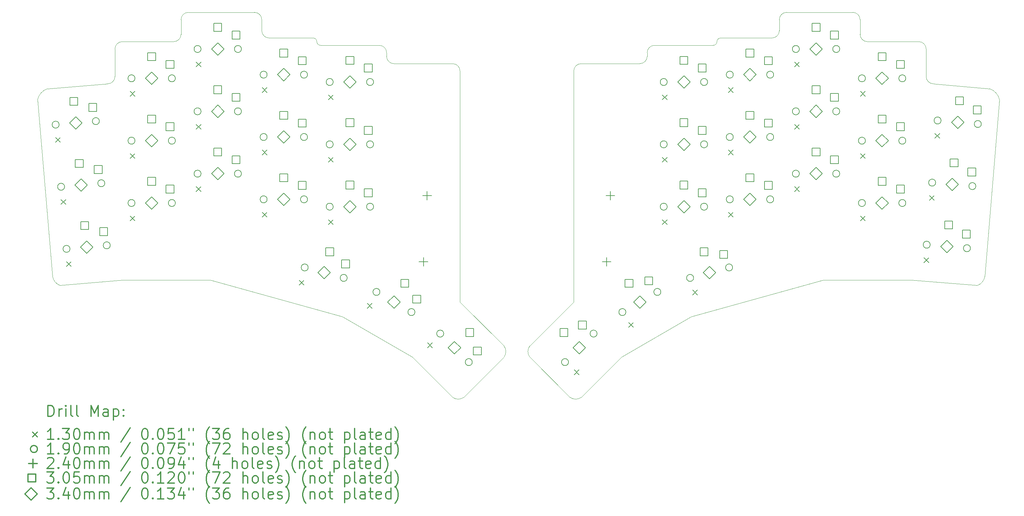
<source format=gbr>
%FSLAX45Y45*%
G04 Gerber Fmt 4.5, Leading zero omitted, Abs format (unit mm)*
G04 Created by KiCad (PCBNEW 5.1.9+dfsg1-1+deb11u1) date 2024-10-07 21:36:59*
%MOMM*%
%LPD*%
G01*
G04 APERTURE LIST*
%TA.AperFunction,Profile*%
%ADD10C,0.050000*%
%TD*%
%ADD11C,0.200000*%
%ADD12C,0.300000*%
G04 APERTURE END LIST*
D10*
X21650000Y-5500000D02*
G75*
G03*
X21850000Y-5300000I0J200000D01*
G01*
X25850000Y-6550000D02*
G75*
G03*
X26050000Y-6750000I200000J0D01*
G01*
X23050000Y-12100000D02*
X25450000Y-12100000D01*
X16250000Y-6400000D02*
X16250000Y-12700000D01*
X16250000Y-12700000D02*
X15050000Y-13900000D01*
X23050000Y-12100000D02*
X19450000Y-13100000D01*
X17550000Y-14200000D02*
X19450000Y-13100000D01*
X25850000Y-5800000D02*
G75*
G03*
X25650000Y-5600000I-200000J0D01*
G01*
X24050000Y-5000000D02*
G75*
G03*
X23850000Y-4800000I-200000J0D01*
G01*
X25650000Y-5600000D02*
X24250000Y-5600000D01*
X24050000Y-5400000D02*
X24050000Y-5000000D01*
X23850000Y-4800000D02*
X22050000Y-4800000D01*
X21850000Y-5000000D02*
X21850000Y-5300000D01*
X21650000Y-5500000D02*
X20250000Y-5500000D01*
X16450000Y-15300000D02*
X17550000Y-14200000D01*
X15050000Y-14200000D02*
X16150000Y-15300000D01*
X16150000Y-15300000D02*
G75*
G03*
X16450000Y-15300000I150000J200000D01*
G01*
X15050000Y-13900000D02*
G75*
G03*
X15050000Y-14200000I200000J-150000D01*
G01*
X27249161Y-12247812D02*
X25450000Y-12100000D01*
X18050000Y-6200000D02*
X16450000Y-6200000D01*
X20050000Y-5700000D02*
G75*
G03*
X20150000Y-5600000I0J100000D01*
G01*
X24050000Y-5400000D02*
G75*
G03*
X24250000Y-5600000I200000J0D01*
G01*
X22050000Y-4800000D02*
G75*
G03*
X21850000Y-5000000I0J-200000D01*
G01*
X20250000Y-5500000D02*
G75*
G03*
X20150000Y-5600000I0J-100000D01*
G01*
X20050000Y-5700000D02*
X18450000Y-5700000D01*
X16450000Y-6200000D02*
G75*
G03*
X16250000Y-6400000I0J-200000D01*
G01*
X18050000Y-6200000D02*
G75*
G03*
X18250000Y-6000000I0J200000D01*
G01*
X18450000Y-5700000D02*
G75*
G03*
X18250000Y-5900000I0J-200000D01*
G01*
X18250000Y-5900000D02*
X18250000Y-6000000D01*
X27450000Y-12000000D02*
X27850000Y-7189953D01*
X27249161Y-12247812D02*
G75*
G03*
X27450000Y-12000000I-114161J297812D01*
G01*
X27578774Y-6883000D02*
X26050000Y-6750000D01*
X25850000Y-6550000D02*
X25850000Y-5800000D01*
X27850000Y-7189954D02*
G75*
G03*
X27578774Y-6883000I-402726J-82546D01*
G01*
X3750000Y-6550000D02*
G75*
G02*
X3550000Y-6750000I-200000J0D01*
G01*
X3750000Y-5800000D02*
G75*
G02*
X3950000Y-5600000I200000J0D01*
G01*
X5550000Y-5400000D02*
G75*
G02*
X5350000Y-5600000I-200000J0D01*
G01*
X5550000Y-5000000D02*
G75*
G02*
X5750000Y-4800000I200000J0D01*
G01*
X7550000Y-4800000D02*
G75*
G02*
X7750000Y-5000000I0J-200000D01*
G01*
X7950000Y-5500000D02*
G75*
G02*
X7750000Y-5300000I0J200000D01*
G01*
X9150000Y-5500000D02*
G75*
G02*
X9250000Y-5600000I0J-100000D01*
G01*
X9350000Y-5700000D02*
G75*
G02*
X9250000Y-5600000I0J100000D01*
G01*
X11350000Y-6200000D02*
X12950000Y-6200000D01*
X11150000Y-5900000D02*
X11150000Y-6000000D01*
X10950000Y-5700000D02*
G75*
G02*
X11150000Y-5900000I0J-200000D01*
G01*
X11350000Y-6200000D02*
G75*
G02*
X11150000Y-6000000I0J200000D01*
G01*
X12950000Y-6200000D02*
G75*
G02*
X13150000Y-6400000I0J-200000D01*
G01*
X9350000Y-5700000D02*
X10950000Y-5700000D01*
X7950000Y-5500000D02*
X9150000Y-5500000D01*
X7750000Y-5000000D02*
X7750000Y-5300000D01*
X5750000Y-4800000D02*
X7550000Y-4800000D01*
X5550000Y-5400000D02*
X5550000Y-5000000D01*
X3950000Y-5600000D02*
X5350000Y-5600000D01*
X1639774Y-7189954D02*
G75*
G02*
X1911000Y-6883000I402726J-82546D01*
G01*
X3750000Y-6550000D02*
X3750000Y-5800000D01*
X1911000Y-6883000D02*
X3550000Y-6750000D01*
X2250839Y-12247812D02*
G75*
G02*
X2050000Y-12000000I114161J297812D01*
G01*
X2050000Y-12000000D02*
X1640000Y-7190000D01*
X2250839Y-12247812D02*
X3950000Y-12100000D01*
X14350000Y-13900000D02*
G75*
G02*
X14350000Y-14200000I-200000J-150000D01*
G01*
X13250000Y-15300000D02*
G75*
G02*
X12950000Y-15300000I-150000J200000D01*
G01*
X14350000Y-14200000D02*
X13250000Y-15300000D01*
X12950000Y-15300000D02*
X11850000Y-14200000D01*
X11850000Y-14200000D02*
X9950000Y-13100000D01*
X6350000Y-12100000D02*
X9950000Y-13100000D01*
X13150000Y-12700000D02*
X14350000Y-13900000D01*
X13150000Y-6400000D02*
X13150000Y-12700000D01*
X6350000Y-12100000D02*
X3950000Y-12100000D01*
D11*
X2133219Y-8214107D02*
X2263219Y-8344107D01*
X2263219Y-8214107D02*
X2133219Y-8344107D01*
X2281384Y-9907638D02*
X2411384Y-10037638D01*
X2411384Y-9907638D02*
X2281384Y-10037638D01*
X2429549Y-11601169D02*
X2559549Y-11731169D01*
X2559549Y-11601169D02*
X2429549Y-11731169D01*
X4163000Y-6955000D02*
X4293000Y-7085000D01*
X4293000Y-6955000D02*
X4163000Y-7085000D01*
X4163000Y-8655000D02*
X4293000Y-8785000D01*
X4293000Y-8655000D02*
X4163000Y-8785000D01*
X4163000Y-10355000D02*
X4293000Y-10485000D01*
X4293000Y-10355000D02*
X4163000Y-10485000D01*
X5963000Y-6155000D02*
X6093000Y-6285000D01*
X6093000Y-6155000D02*
X5963000Y-6285000D01*
X5963000Y-7855000D02*
X6093000Y-7985000D01*
X6093000Y-7855000D02*
X5963000Y-7985000D01*
X5963000Y-9555000D02*
X6093000Y-9685000D01*
X6093000Y-9555000D02*
X5963000Y-9685000D01*
X7763000Y-6855000D02*
X7893000Y-6985000D01*
X7893000Y-6855000D02*
X7763000Y-6985000D01*
X7763000Y-8555000D02*
X7893000Y-8685000D01*
X7893000Y-8555000D02*
X7763000Y-8685000D01*
X7763000Y-10255000D02*
X7893000Y-10385000D01*
X7893000Y-10255000D02*
X7763000Y-10385000D01*
X8772083Y-12105585D02*
X8902083Y-12235585D01*
X8902083Y-12105585D02*
X8772083Y-12235585D01*
X9563000Y-7055000D02*
X9693000Y-7185000D01*
X9693000Y-7055000D02*
X9563000Y-7185000D01*
X9563000Y-8755000D02*
X9693000Y-8885000D01*
X9693000Y-8755000D02*
X9563000Y-8885000D01*
X9563000Y-10455000D02*
X9693000Y-10585000D01*
X9693000Y-10455000D02*
X9563000Y-10585000D01*
X10622935Y-12737731D02*
X10752935Y-12867731D01*
X10752935Y-12737731D02*
X10622935Y-12867731D01*
X12268905Y-13812875D02*
X12398905Y-13942875D01*
X12398905Y-13812875D02*
X12268905Y-13942875D01*
X16262875Y-14551095D02*
X16392875Y-14681095D01*
X16392875Y-14551095D02*
X16262875Y-14681095D01*
X17742935Y-13259731D02*
X17872935Y-13389731D01*
X17872935Y-13259731D02*
X17742935Y-13389731D01*
X18663000Y-7055000D02*
X18793000Y-7185000D01*
X18793000Y-7055000D02*
X18663000Y-7185000D01*
X18663000Y-8755000D02*
X18793000Y-8885000D01*
X18793000Y-8755000D02*
X18663000Y-8885000D01*
X18663000Y-10455000D02*
X18793000Y-10585000D01*
X18793000Y-10455000D02*
X18663000Y-10585000D01*
X19489491Y-12375792D02*
X19619491Y-12505792D01*
X19619491Y-12375792D02*
X19489491Y-12505792D01*
X20463000Y-6855000D02*
X20593000Y-6985000D01*
X20593000Y-6855000D02*
X20463000Y-6985000D01*
X20463000Y-8555000D02*
X20593000Y-8685000D01*
X20593000Y-8555000D02*
X20463000Y-8685000D01*
X20463000Y-10255000D02*
X20593000Y-10385000D01*
X20593000Y-10255000D02*
X20463000Y-10385000D01*
X22263000Y-6155000D02*
X22393000Y-6285000D01*
X22393000Y-6155000D02*
X22263000Y-6285000D01*
X22263000Y-7855000D02*
X22393000Y-7985000D01*
X22393000Y-7855000D02*
X22263000Y-7985000D01*
X22263000Y-9555000D02*
X22393000Y-9685000D01*
X22393000Y-9555000D02*
X22263000Y-9685000D01*
X24063000Y-6955000D02*
X24193000Y-7085000D01*
X24193000Y-6955000D02*
X24063000Y-7085000D01*
X24063000Y-8655000D02*
X24193000Y-8785000D01*
X24193000Y-8655000D02*
X24063000Y-8785000D01*
X24063000Y-10355000D02*
X24193000Y-10485000D01*
X24193000Y-10355000D02*
X24063000Y-10485000D01*
X25791185Y-11492748D02*
X25921185Y-11622748D01*
X25921185Y-11492748D02*
X25791185Y-11622748D01*
X25939350Y-9799217D02*
X26069350Y-9929217D01*
X26069350Y-9799217D02*
X25939350Y-9929217D01*
X26087515Y-8105686D02*
X26217515Y-8235686D01*
X26217515Y-8105686D02*
X26087515Y-8235686D01*
X2228720Y-7863146D02*
G75*
G03*
X2228720Y-7863146I-95000J0D01*
G01*
X2376885Y-9556677D02*
G75*
G03*
X2376885Y-9556677I-95000J0D01*
G01*
X2525050Y-11250208D02*
G75*
G03*
X2525050Y-11250208I-95000J0D01*
G01*
X3324535Y-7767275D02*
G75*
G03*
X3324535Y-7767275I-95000J0D01*
G01*
X3472699Y-9460806D02*
G75*
G03*
X3472699Y-9460806I-95000J0D01*
G01*
X3620864Y-11154337D02*
G75*
G03*
X3620864Y-11154337I-95000J0D01*
G01*
X4295000Y-6600000D02*
G75*
G03*
X4295000Y-6600000I-95000J0D01*
G01*
X4295000Y-8300000D02*
G75*
G03*
X4295000Y-8300000I-95000J0D01*
G01*
X4295000Y-10000000D02*
G75*
G03*
X4295000Y-10000000I-95000J0D01*
G01*
X5395000Y-6600000D02*
G75*
G03*
X5395000Y-6600000I-95000J0D01*
G01*
X5395000Y-8300000D02*
G75*
G03*
X5395000Y-8300000I-95000J0D01*
G01*
X5395000Y-10000000D02*
G75*
G03*
X5395000Y-10000000I-95000J0D01*
G01*
X6095000Y-5800000D02*
G75*
G03*
X6095000Y-5800000I-95000J0D01*
G01*
X6095000Y-7500000D02*
G75*
G03*
X6095000Y-7500000I-95000J0D01*
G01*
X6095000Y-9200000D02*
G75*
G03*
X6095000Y-9200000I-95000J0D01*
G01*
X7195000Y-5800000D02*
G75*
G03*
X7195000Y-5800000I-95000J0D01*
G01*
X7195000Y-7500000D02*
G75*
G03*
X7195000Y-7500000I-95000J0D01*
G01*
X7195000Y-9200000D02*
G75*
G03*
X7195000Y-9200000I-95000J0D01*
G01*
X7895000Y-6500000D02*
G75*
G03*
X7895000Y-6500000I-95000J0D01*
G01*
X7895000Y-8200000D02*
G75*
G03*
X7895000Y-8200000I-95000J0D01*
G01*
X7895000Y-9900000D02*
G75*
G03*
X7895000Y-9900000I-95000J0D01*
G01*
X8995000Y-6500000D02*
G75*
G03*
X8995000Y-6500000I-95000J0D01*
G01*
X8995000Y-8200000D02*
G75*
G03*
X8995000Y-8200000I-95000J0D01*
G01*
X8995000Y-9900000D02*
G75*
G03*
X8995000Y-9900000I-95000J0D01*
G01*
X9013741Y-11757649D02*
G75*
G03*
X9013741Y-11757649I-95000J0D01*
G01*
X9695000Y-6700000D02*
G75*
G03*
X9695000Y-6700000I-95000J0D01*
G01*
X9695000Y-8400000D02*
G75*
G03*
X9695000Y-8400000I-95000J0D01*
G01*
X9695000Y-10100000D02*
G75*
G03*
X9695000Y-10100000I-95000J0D01*
G01*
X10076259Y-12042350D02*
G75*
G03*
X10076259Y-12042350I-95000J0D01*
G01*
X10795000Y-6700000D02*
G75*
G03*
X10795000Y-6700000I-95000J0D01*
G01*
X10795000Y-8400000D02*
G75*
G03*
X10795000Y-8400000I-95000J0D01*
G01*
X10795000Y-10100000D02*
G75*
G03*
X10795000Y-10100000I-95000J0D01*
G01*
X10968686Y-12425000D02*
G75*
G03*
X10968686Y-12425000I-95000J0D01*
G01*
X11921314Y-12975000D02*
G75*
G03*
X11921314Y-12975000I-95000J0D01*
G01*
X12706091Y-13561091D02*
G75*
G03*
X12706091Y-13561091I-95000J0D01*
G01*
X13483909Y-14338909D02*
G75*
G03*
X13483909Y-14338909I-95000J0D01*
G01*
X16106091Y-14338909D02*
G75*
G03*
X16106091Y-14338909I-95000J0D01*
G01*
X16883909Y-13561091D02*
G75*
G03*
X16883909Y-13561091I-95000J0D01*
G01*
X17668686Y-12975000D02*
G75*
G03*
X17668686Y-12975000I-95000J0D01*
G01*
X18621314Y-12425000D02*
G75*
G03*
X18621314Y-12425000I-95000J0D01*
G01*
X18795000Y-6700000D02*
G75*
G03*
X18795000Y-6700000I-95000J0D01*
G01*
X18795000Y-8400000D02*
G75*
G03*
X18795000Y-8400000I-95000J0D01*
G01*
X18795000Y-10100000D02*
G75*
G03*
X18795000Y-10100000I-95000J0D01*
G01*
X19513741Y-12042350D02*
G75*
G03*
X19513741Y-12042350I-95000J0D01*
G01*
X19895000Y-6700000D02*
G75*
G03*
X19895000Y-6700000I-95000J0D01*
G01*
X19895000Y-8400000D02*
G75*
G03*
X19895000Y-8400000I-95000J0D01*
G01*
X19895000Y-10100000D02*
G75*
G03*
X19895000Y-10100000I-95000J0D01*
G01*
X20576259Y-11757649D02*
G75*
G03*
X20576259Y-11757649I-95000J0D01*
G01*
X20595000Y-6500000D02*
G75*
G03*
X20595000Y-6500000I-95000J0D01*
G01*
X20595000Y-8200000D02*
G75*
G03*
X20595000Y-8200000I-95000J0D01*
G01*
X20595000Y-9900000D02*
G75*
G03*
X20595000Y-9900000I-95000J0D01*
G01*
X21695000Y-6500000D02*
G75*
G03*
X21695000Y-6500000I-95000J0D01*
G01*
X21695000Y-8200000D02*
G75*
G03*
X21695000Y-8200000I-95000J0D01*
G01*
X21695000Y-9900000D02*
G75*
G03*
X21695000Y-9900000I-95000J0D01*
G01*
X22395000Y-5800000D02*
G75*
G03*
X22395000Y-5800000I-95000J0D01*
G01*
X22395000Y-7500000D02*
G75*
G03*
X22395000Y-7500000I-95000J0D01*
G01*
X22395000Y-9200000D02*
G75*
G03*
X22395000Y-9200000I-95000J0D01*
G01*
X23495000Y-5800000D02*
G75*
G03*
X23495000Y-5800000I-95000J0D01*
G01*
X23495000Y-7500000D02*
G75*
G03*
X23495000Y-7500000I-95000J0D01*
G01*
X23495000Y-9200000D02*
G75*
G03*
X23495000Y-9200000I-95000J0D01*
G01*
X24195000Y-6600000D02*
G75*
G03*
X24195000Y-6600000I-95000J0D01*
G01*
X24195000Y-8300000D02*
G75*
G03*
X24195000Y-8300000I-95000J0D01*
G01*
X24195000Y-10000000D02*
G75*
G03*
X24195000Y-10000000I-95000J0D01*
G01*
X25295000Y-6600000D02*
G75*
G03*
X25295000Y-6600000I-95000J0D01*
G01*
X25295000Y-8300000D02*
G75*
G03*
X25295000Y-8300000I-95000J0D01*
G01*
X25295000Y-10000000D02*
G75*
G03*
X25295000Y-10000000I-95000J0D01*
G01*
X25959897Y-11136905D02*
G75*
G03*
X25959897Y-11136905I-95000J0D01*
G01*
X26108062Y-9443374D02*
G75*
G03*
X26108062Y-9443374I-95000J0D01*
G01*
X26256226Y-7749843D02*
G75*
G03*
X26256226Y-7749843I-95000J0D01*
G01*
X27055711Y-11232777D02*
G75*
G03*
X27055711Y-11232777I-95000J0D01*
G01*
X27203876Y-9539246D02*
G75*
G03*
X27203876Y-9539246I-95000J0D01*
G01*
X27352041Y-7845715D02*
G75*
G03*
X27352041Y-7845715I-95000J0D01*
G01*
X12154000Y-11480000D02*
X12154000Y-11720000D01*
X12034000Y-11600000D02*
X12274000Y-11600000D01*
X12254000Y-9680000D02*
X12254000Y-9920000D01*
X12134000Y-9800000D02*
X12374000Y-9800000D01*
X17146000Y-11480000D02*
X17146000Y-11720000D01*
X17026000Y-11600000D02*
X17266000Y-11600000D01*
X17246000Y-9680000D02*
X17246000Y-9920000D01*
X17126000Y-9800000D02*
X17366000Y-9800000D01*
X2738040Y-7335290D02*
X2738040Y-7119621D01*
X2522371Y-7119621D01*
X2522371Y-7335290D01*
X2738040Y-7335290D01*
X2886205Y-9028821D02*
X2886205Y-8813152D01*
X2670536Y-8813152D01*
X2670536Y-9028821D01*
X2886205Y-9028821D01*
X3034370Y-10722352D02*
X3034370Y-10506683D01*
X2818700Y-10506683D01*
X2818700Y-10722352D01*
X3034370Y-10722352D01*
X3254440Y-7500913D02*
X3254440Y-7285244D01*
X3038771Y-7285244D01*
X3038771Y-7500913D01*
X3254440Y-7500913D01*
X3402605Y-9194444D02*
X3402605Y-8978775D01*
X3186936Y-8978775D01*
X3186936Y-9194444D01*
X3402605Y-9194444D01*
X3550770Y-10887975D02*
X3550770Y-10672306D01*
X3335100Y-10672306D01*
X3335100Y-10887975D01*
X3550770Y-10887975D01*
X4857835Y-6117835D02*
X4857835Y-5902165D01*
X4642165Y-5902165D01*
X4642165Y-6117835D01*
X4857835Y-6117835D01*
X4857835Y-7817835D02*
X4857835Y-7602165D01*
X4642165Y-7602165D01*
X4642165Y-7817835D01*
X4857835Y-7817835D01*
X4857835Y-9517835D02*
X4857835Y-9302165D01*
X4642165Y-9302165D01*
X4642165Y-9517835D01*
X4857835Y-9517835D01*
X5357835Y-6327835D02*
X5357835Y-6112165D01*
X5142165Y-6112165D01*
X5142165Y-6327835D01*
X5357835Y-6327835D01*
X5357835Y-8027835D02*
X5357835Y-7812165D01*
X5142165Y-7812165D01*
X5142165Y-8027835D01*
X5357835Y-8027835D01*
X5357835Y-9727835D02*
X5357835Y-9512165D01*
X5142165Y-9512165D01*
X5142165Y-9727835D01*
X5357835Y-9727835D01*
X6657835Y-5317835D02*
X6657835Y-5102165D01*
X6442165Y-5102165D01*
X6442165Y-5317835D01*
X6657835Y-5317835D01*
X6657835Y-7017835D02*
X6657835Y-6802165D01*
X6442165Y-6802165D01*
X6442165Y-7017835D01*
X6657835Y-7017835D01*
X6657835Y-8717835D02*
X6657835Y-8502165D01*
X6442165Y-8502165D01*
X6442165Y-8717835D01*
X6657835Y-8717835D01*
X7157835Y-5527835D02*
X7157835Y-5312165D01*
X6942165Y-5312165D01*
X6942165Y-5527835D01*
X7157835Y-5527835D01*
X7157835Y-7227835D02*
X7157835Y-7012165D01*
X6942165Y-7012165D01*
X6942165Y-7227835D01*
X7157835Y-7227835D01*
X7157835Y-8927835D02*
X7157835Y-8712165D01*
X6942165Y-8712165D01*
X6942165Y-8927835D01*
X7157835Y-8927835D01*
X8457835Y-6017835D02*
X8457835Y-5802165D01*
X8242165Y-5802165D01*
X8242165Y-6017835D01*
X8457835Y-6017835D01*
X8457835Y-7717835D02*
X8457835Y-7502165D01*
X8242165Y-7502165D01*
X8242165Y-7717835D01*
X8457835Y-7717835D01*
X8457835Y-9417835D02*
X8457835Y-9202165D01*
X8242165Y-9202165D01*
X8242165Y-9417835D01*
X8457835Y-9417835D01*
X8957835Y-6227835D02*
X8957835Y-6012165D01*
X8742165Y-6012165D01*
X8742165Y-6227835D01*
X8957835Y-6227835D01*
X8957835Y-7927835D02*
X8957835Y-7712165D01*
X8742165Y-7712165D01*
X8742165Y-7927835D01*
X8957835Y-7927835D01*
X8957835Y-9627835D02*
X8957835Y-9412165D01*
X8742165Y-9412165D01*
X8742165Y-9627835D01*
X8957835Y-9627835D01*
X9710538Y-11437939D02*
X9710538Y-11222269D01*
X9494868Y-11222269D01*
X9494868Y-11437939D01*
X9710538Y-11437939D01*
X10139149Y-11770192D02*
X10139149Y-11554523D01*
X9923479Y-11554523D01*
X9923479Y-11770192D01*
X10139149Y-11770192D01*
X10257835Y-6217835D02*
X10257835Y-6002165D01*
X10042165Y-6002165D01*
X10042165Y-6217835D01*
X10257835Y-6217835D01*
X10257835Y-7917835D02*
X10257835Y-7702165D01*
X10042165Y-7702165D01*
X10042165Y-7917835D01*
X10257835Y-7917835D01*
X10257835Y-9617835D02*
X10257835Y-9402165D01*
X10042165Y-9402165D01*
X10042165Y-9617835D01*
X10257835Y-9617835D01*
X10757835Y-6427835D02*
X10757835Y-6212165D01*
X10542165Y-6212165D01*
X10542165Y-6427835D01*
X10757835Y-6427835D01*
X10757835Y-8127835D02*
X10757835Y-7912165D01*
X10542165Y-7912165D01*
X10542165Y-8127835D01*
X10757835Y-8127835D01*
X10757835Y-9827835D02*
X10757835Y-9612165D01*
X10542165Y-9612165D01*
X10542165Y-9827835D01*
X10757835Y-9827835D01*
X11752835Y-12296880D02*
X11752835Y-12081210D01*
X11537165Y-12081210D01*
X11537165Y-12296880D01*
X11752835Y-12296880D01*
X12080847Y-12728745D02*
X12080847Y-12513075D01*
X11865178Y-12513075D01*
X11865178Y-12728745D01*
X12080847Y-12728745D01*
X13525028Y-13640642D02*
X13525028Y-13424972D01*
X13309358Y-13424972D01*
X13309358Y-13640642D01*
X13525028Y-13640642D01*
X13730089Y-14142688D02*
X13730089Y-13927018D01*
X13514419Y-13927018D01*
X13514419Y-14142688D01*
X13730089Y-14142688D01*
X16090642Y-13640642D02*
X16090642Y-13424972D01*
X15874972Y-13424972D01*
X15874972Y-13640642D01*
X16090642Y-13640642D01*
X16592688Y-13435581D02*
X16592688Y-13219911D01*
X16377018Y-13219911D01*
X16377018Y-13435581D01*
X16592688Y-13435581D01*
X17862835Y-12296880D02*
X17862835Y-12081210D01*
X17647165Y-12081210D01*
X17647165Y-12296880D01*
X17862835Y-12296880D01*
X18400848Y-12228745D02*
X18400848Y-12013075D01*
X18185178Y-12013075D01*
X18185178Y-12228745D01*
X18400848Y-12228745D01*
X19357835Y-6217835D02*
X19357835Y-6002165D01*
X19142165Y-6002165D01*
X19142165Y-6217835D01*
X19357835Y-6217835D01*
X19357835Y-7917835D02*
X19357835Y-7702165D01*
X19142165Y-7702165D01*
X19142165Y-7917835D01*
X19357835Y-7917835D01*
X19357835Y-9617835D02*
X19357835Y-9402165D01*
X19142165Y-9402165D01*
X19142165Y-9617835D01*
X19357835Y-9617835D01*
X19857835Y-6427835D02*
X19857835Y-6212165D01*
X19642165Y-6212165D01*
X19642165Y-6427835D01*
X19857835Y-6427835D01*
X19857835Y-8127835D02*
X19857835Y-7912165D01*
X19642165Y-7912165D01*
X19642165Y-8127835D01*
X19857835Y-8127835D01*
X19857835Y-9827835D02*
X19857835Y-9612165D01*
X19642165Y-9612165D01*
X19642165Y-9827835D01*
X19857835Y-9827835D01*
X19905132Y-11437939D02*
X19905132Y-11222269D01*
X19689462Y-11222269D01*
X19689462Y-11437939D01*
X19905132Y-11437939D01*
X20442447Y-11511373D02*
X20442447Y-11295704D01*
X20226777Y-11295704D01*
X20226777Y-11511373D01*
X20442447Y-11511373D01*
X21157835Y-6017835D02*
X21157835Y-5802165D01*
X20942165Y-5802165D01*
X20942165Y-6017835D01*
X21157835Y-6017835D01*
X21157835Y-7717835D02*
X21157835Y-7502165D01*
X20942165Y-7502165D01*
X20942165Y-7717835D01*
X21157835Y-7717835D01*
X21157835Y-9417835D02*
X21157835Y-9202165D01*
X20942165Y-9202165D01*
X20942165Y-9417835D01*
X21157835Y-9417835D01*
X21657835Y-6227835D02*
X21657835Y-6012165D01*
X21442165Y-6012165D01*
X21442165Y-6227835D01*
X21657835Y-6227835D01*
X21657835Y-7927835D02*
X21657835Y-7712165D01*
X21442165Y-7712165D01*
X21442165Y-7927835D01*
X21657835Y-7927835D01*
X21657835Y-9627835D02*
X21657835Y-9412165D01*
X21442165Y-9412165D01*
X21442165Y-9627835D01*
X21657835Y-9627835D01*
X22957835Y-5317835D02*
X22957835Y-5102165D01*
X22742165Y-5102165D01*
X22742165Y-5317835D01*
X22957835Y-5317835D01*
X22957835Y-7017835D02*
X22957835Y-6802165D01*
X22742165Y-6802165D01*
X22742165Y-7017835D01*
X22957835Y-7017835D01*
X22957835Y-8717835D02*
X22957835Y-8502165D01*
X22742165Y-8502165D01*
X22742165Y-8717835D01*
X22957835Y-8717835D01*
X23457835Y-5527835D02*
X23457835Y-5312165D01*
X23242165Y-5312165D01*
X23242165Y-5527835D01*
X23457835Y-5527835D01*
X23457835Y-7227835D02*
X23457835Y-7012165D01*
X23242165Y-7012165D01*
X23242165Y-7227835D01*
X23457835Y-7227835D01*
X23457835Y-8927835D02*
X23457835Y-8712165D01*
X23242165Y-8712165D01*
X23242165Y-8927835D01*
X23457835Y-8927835D01*
X24757835Y-6117835D02*
X24757835Y-5902165D01*
X24542165Y-5902165D01*
X24542165Y-6117835D01*
X24757835Y-6117835D01*
X24757835Y-7817835D02*
X24757835Y-7602165D01*
X24542165Y-7602165D01*
X24542165Y-7817835D01*
X24757835Y-7817835D01*
X24757835Y-9517835D02*
X24757835Y-9302165D01*
X24542165Y-9302165D01*
X24542165Y-9517835D01*
X24757835Y-9517835D01*
X25257835Y-6327835D02*
X25257835Y-6112165D01*
X25042165Y-6112165D01*
X25042165Y-6327835D01*
X25257835Y-6327835D01*
X25257835Y-8027835D02*
X25257835Y-7812165D01*
X25042165Y-7812165D01*
X25042165Y-8027835D01*
X25257835Y-8027835D01*
X25257835Y-9727835D02*
X25257835Y-9512165D01*
X25042165Y-9512165D01*
X25042165Y-9727835D01*
X25257835Y-9727835D01*
X26572061Y-10704921D02*
X26572061Y-10489251D01*
X26356391Y-10489251D01*
X26356391Y-10704921D01*
X26572061Y-10704921D01*
X26720225Y-9011390D02*
X26720225Y-8795720D01*
X26504556Y-8795720D01*
X26504556Y-9011390D01*
X26720225Y-9011390D01*
X26868390Y-7317859D02*
X26868390Y-7102189D01*
X26652721Y-7102189D01*
X26652721Y-7317859D01*
X26868390Y-7317859D01*
X27051855Y-10957700D02*
X27051855Y-10742030D01*
X26836186Y-10742030D01*
X26836186Y-10957700D01*
X27051855Y-10957700D01*
X27200020Y-9264169D02*
X27200020Y-9048499D01*
X26984350Y-9048499D01*
X26984350Y-9264169D01*
X27200020Y-9264169D01*
X27348185Y-7570638D02*
X27348185Y-7354968D01*
X27132515Y-7354968D01*
X27132515Y-7570638D01*
X27348185Y-7570638D01*
X2681628Y-7985210D02*
X2851627Y-7815210D01*
X2681628Y-7645210D01*
X2511628Y-7815210D01*
X2681628Y-7985210D01*
X2829792Y-9678741D02*
X2999792Y-9508741D01*
X2829792Y-9338741D01*
X2659792Y-9508741D01*
X2829792Y-9678741D01*
X2977957Y-11372272D02*
X3147957Y-11202272D01*
X2977957Y-11032272D01*
X2807957Y-11202272D01*
X2977957Y-11372272D01*
X4750000Y-6770000D02*
X4920000Y-6600000D01*
X4750000Y-6430000D01*
X4580000Y-6600000D01*
X4750000Y-6770000D01*
X4750000Y-8470000D02*
X4920000Y-8300000D01*
X4750000Y-8130000D01*
X4580000Y-8300000D01*
X4750000Y-8470000D01*
X4750000Y-10170000D02*
X4920000Y-10000000D01*
X4750000Y-9830000D01*
X4580000Y-10000000D01*
X4750000Y-10170000D01*
X6550000Y-5970000D02*
X6720000Y-5800000D01*
X6550000Y-5630000D01*
X6380000Y-5800000D01*
X6550000Y-5970000D01*
X6550000Y-7670000D02*
X6720000Y-7500000D01*
X6550000Y-7330000D01*
X6380000Y-7500000D01*
X6550000Y-7670000D01*
X6550000Y-9370000D02*
X6720000Y-9200000D01*
X6550000Y-9030000D01*
X6380000Y-9200000D01*
X6550000Y-9370000D01*
X8350000Y-6670000D02*
X8520000Y-6500000D01*
X8350000Y-6330000D01*
X8180000Y-6500000D01*
X8350000Y-6670000D01*
X8350000Y-8370000D02*
X8520000Y-8200000D01*
X8350000Y-8030000D01*
X8180000Y-8200000D01*
X8350000Y-8370000D01*
X8350000Y-10070000D02*
X8520000Y-9900000D01*
X8350000Y-9730000D01*
X8180000Y-9900000D01*
X8350000Y-10070000D01*
X9450000Y-12070000D02*
X9620000Y-11900000D01*
X9450000Y-11730000D01*
X9280000Y-11900000D01*
X9450000Y-12070000D01*
X10150000Y-6870000D02*
X10320000Y-6700000D01*
X10150000Y-6530000D01*
X9980000Y-6700000D01*
X10150000Y-6870000D01*
X10150000Y-8570000D02*
X10320000Y-8400000D01*
X10150000Y-8230000D01*
X9980000Y-8400000D01*
X10150000Y-8570000D01*
X10150000Y-10270000D02*
X10320000Y-10100000D01*
X10150000Y-9930000D01*
X9980000Y-10100000D01*
X10150000Y-10270000D01*
X11350000Y-12870000D02*
X11520000Y-12700000D01*
X11350000Y-12530000D01*
X11180000Y-12700000D01*
X11350000Y-12870000D01*
X13000000Y-14120000D02*
X13170000Y-13950000D01*
X13000000Y-13780000D01*
X12830000Y-13950000D01*
X13000000Y-14120000D01*
X16400000Y-14120000D02*
X16570000Y-13950000D01*
X16400000Y-13780000D01*
X16230000Y-13950000D01*
X16400000Y-14120000D01*
X18050000Y-12870000D02*
X18220000Y-12700000D01*
X18050000Y-12530000D01*
X17880000Y-12700000D01*
X18050000Y-12870000D01*
X19250000Y-6870000D02*
X19420000Y-6700000D01*
X19250000Y-6530000D01*
X19080000Y-6700000D01*
X19250000Y-6870000D01*
X19250000Y-8570000D02*
X19420000Y-8400000D01*
X19250000Y-8230000D01*
X19080000Y-8400000D01*
X19250000Y-8570000D01*
X19250000Y-10270000D02*
X19420000Y-10100000D01*
X19250000Y-9930000D01*
X19080000Y-10100000D01*
X19250000Y-10270000D01*
X19950000Y-12070000D02*
X20120000Y-11900000D01*
X19950000Y-11730000D01*
X19780000Y-11900000D01*
X19950000Y-12070000D01*
X21050000Y-6670000D02*
X21220000Y-6500000D01*
X21050000Y-6330000D01*
X20880000Y-6500000D01*
X21050000Y-6670000D01*
X21050000Y-8370000D02*
X21220000Y-8200000D01*
X21050000Y-8030000D01*
X20880000Y-8200000D01*
X21050000Y-8370000D01*
X21050000Y-10070000D02*
X21220000Y-9900000D01*
X21050000Y-9730000D01*
X20880000Y-9900000D01*
X21050000Y-10070000D01*
X22850000Y-5970000D02*
X23020000Y-5800000D01*
X22850000Y-5630000D01*
X22680000Y-5800000D01*
X22850000Y-5970000D01*
X22850000Y-7670000D02*
X23020000Y-7500000D01*
X22850000Y-7330000D01*
X22680000Y-7500000D01*
X22850000Y-7670000D01*
X22850000Y-9370000D02*
X23020000Y-9200000D01*
X22850000Y-9030000D01*
X22680000Y-9200000D01*
X22850000Y-9370000D01*
X24650000Y-6770000D02*
X24820000Y-6600000D01*
X24650000Y-6430000D01*
X24480000Y-6600000D01*
X24650000Y-6770000D01*
X24650000Y-8470000D02*
X24820000Y-8300000D01*
X24650000Y-8130000D01*
X24480000Y-8300000D01*
X24650000Y-8470000D01*
X24650000Y-10170000D02*
X24820000Y-10000000D01*
X24650000Y-9830000D01*
X24480000Y-10000000D01*
X24650000Y-10170000D01*
X26412804Y-11354841D02*
X26582804Y-11184841D01*
X26412804Y-11014841D01*
X26242804Y-11184841D01*
X26412804Y-11354841D01*
X26560969Y-9661310D02*
X26730969Y-9491310D01*
X26560969Y-9321310D01*
X26390969Y-9491310D01*
X26560969Y-9661310D01*
X26709134Y-7967779D02*
X26879134Y-7797779D01*
X26709134Y-7627779D01*
X26539134Y-7797779D01*
X26709134Y-7967779D01*
D12*
X1923702Y-15818214D02*
X1923702Y-15518214D01*
X1995131Y-15518214D01*
X2037988Y-15532500D01*
X2066559Y-15561071D01*
X2080845Y-15589643D01*
X2095131Y-15646786D01*
X2095131Y-15689643D01*
X2080845Y-15746786D01*
X2066559Y-15775357D01*
X2037988Y-15803929D01*
X1995131Y-15818214D01*
X1923702Y-15818214D01*
X2223702Y-15818214D02*
X2223702Y-15618214D01*
X2223702Y-15675357D02*
X2237988Y-15646786D01*
X2252274Y-15632500D01*
X2280845Y-15618214D01*
X2309416Y-15618214D01*
X2409416Y-15818214D02*
X2409416Y-15618214D01*
X2409416Y-15518214D02*
X2395131Y-15532500D01*
X2409416Y-15546786D01*
X2423702Y-15532500D01*
X2409416Y-15518214D01*
X2409416Y-15546786D01*
X2595131Y-15818214D02*
X2566559Y-15803929D01*
X2552274Y-15775357D01*
X2552274Y-15518214D01*
X2752274Y-15818214D02*
X2723702Y-15803929D01*
X2709416Y-15775357D01*
X2709416Y-15518214D01*
X3095131Y-15818214D02*
X3095131Y-15518214D01*
X3195131Y-15732500D01*
X3295131Y-15518214D01*
X3295131Y-15818214D01*
X3566559Y-15818214D02*
X3566559Y-15661071D01*
X3552274Y-15632500D01*
X3523702Y-15618214D01*
X3466559Y-15618214D01*
X3437988Y-15632500D01*
X3566559Y-15803929D02*
X3537988Y-15818214D01*
X3466559Y-15818214D01*
X3437988Y-15803929D01*
X3423702Y-15775357D01*
X3423702Y-15746786D01*
X3437988Y-15718214D01*
X3466559Y-15703929D01*
X3537988Y-15703929D01*
X3566559Y-15689643D01*
X3709416Y-15618214D02*
X3709416Y-15918214D01*
X3709416Y-15632500D02*
X3737988Y-15618214D01*
X3795131Y-15618214D01*
X3823702Y-15632500D01*
X3837988Y-15646786D01*
X3852274Y-15675357D01*
X3852274Y-15761071D01*
X3837988Y-15789643D01*
X3823702Y-15803929D01*
X3795131Y-15818214D01*
X3737988Y-15818214D01*
X3709416Y-15803929D01*
X3980845Y-15789643D02*
X3995131Y-15803929D01*
X3980845Y-15818214D01*
X3966559Y-15803929D01*
X3980845Y-15789643D01*
X3980845Y-15818214D01*
X3980845Y-15632500D02*
X3995131Y-15646786D01*
X3980845Y-15661071D01*
X3966559Y-15646786D01*
X3980845Y-15632500D01*
X3980845Y-15661071D01*
X1507274Y-16247500D02*
X1637274Y-16377500D01*
X1637274Y-16247500D02*
X1507274Y-16377500D01*
X2080845Y-16448214D02*
X1909416Y-16448214D01*
X1995131Y-16448214D02*
X1995131Y-16148214D01*
X1966559Y-16191071D01*
X1937988Y-16219643D01*
X1909416Y-16233929D01*
X2209416Y-16419643D02*
X2223702Y-16433929D01*
X2209416Y-16448214D01*
X2195131Y-16433929D01*
X2209416Y-16419643D01*
X2209416Y-16448214D01*
X2323702Y-16148214D02*
X2509416Y-16148214D01*
X2409416Y-16262500D01*
X2452274Y-16262500D01*
X2480845Y-16276786D01*
X2495131Y-16291071D01*
X2509416Y-16319643D01*
X2509416Y-16391071D01*
X2495131Y-16419643D01*
X2480845Y-16433929D01*
X2452274Y-16448214D01*
X2366559Y-16448214D01*
X2337988Y-16433929D01*
X2323702Y-16419643D01*
X2695131Y-16148214D02*
X2723702Y-16148214D01*
X2752274Y-16162500D01*
X2766559Y-16176786D01*
X2780845Y-16205357D01*
X2795131Y-16262500D01*
X2795131Y-16333929D01*
X2780845Y-16391071D01*
X2766559Y-16419643D01*
X2752274Y-16433929D01*
X2723702Y-16448214D01*
X2695131Y-16448214D01*
X2666559Y-16433929D01*
X2652274Y-16419643D01*
X2637988Y-16391071D01*
X2623702Y-16333929D01*
X2623702Y-16262500D01*
X2637988Y-16205357D01*
X2652274Y-16176786D01*
X2666559Y-16162500D01*
X2695131Y-16148214D01*
X2923702Y-16448214D02*
X2923702Y-16248214D01*
X2923702Y-16276786D02*
X2937988Y-16262500D01*
X2966559Y-16248214D01*
X3009416Y-16248214D01*
X3037988Y-16262500D01*
X3052274Y-16291071D01*
X3052274Y-16448214D01*
X3052274Y-16291071D02*
X3066559Y-16262500D01*
X3095131Y-16248214D01*
X3137988Y-16248214D01*
X3166559Y-16262500D01*
X3180845Y-16291071D01*
X3180845Y-16448214D01*
X3323702Y-16448214D02*
X3323702Y-16248214D01*
X3323702Y-16276786D02*
X3337988Y-16262500D01*
X3366559Y-16248214D01*
X3409416Y-16248214D01*
X3437988Y-16262500D01*
X3452274Y-16291071D01*
X3452274Y-16448214D01*
X3452274Y-16291071D02*
X3466559Y-16262500D01*
X3495131Y-16248214D01*
X3537988Y-16248214D01*
X3566559Y-16262500D01*
X3580845Y-16291071D01*
X3580845Y-16448214D01*
X4166559Y-16133929D02*
X3909416Y-16519643D01*
X4552274Y-16148214D02*
X4580845Y-16148214D01*
X4609416Y-16162500D01*
X4623702Y-16176786D01*
X4637988Y-16205357D01*
X4652274Y-16262500D01*
X4652274Y-16333929D01*
X4637988Y-16391071D01*
X4623702Y-16419643D01*
X4609416Y-16433929D01*
X4580845Y-16448214D01*
X4552274Y-16448214D01*
X4523702Y-16433929D01*
X4509416Y-16419643D01*
X4495131Y-16391071D01*
X4480845Y-16333929D01*
X4480845Y-16262500D01*
X4495131Y-16205357D01*
X4509416Y-16176786D01*
X4523702Y-16162500D01*
X4552274Y-16148214D01*
X4780845Y-16419643D02*
X4795131Y-16433929D01*
X4780845Y-16448214D01*
X4766559Y-16433929D01*
X4780845Y-16419643D01*
X4780845Y-16448214D01*
X4980845Y-16148214D02*
X5009416Y-16148214D01*
X5037988Y-16162500D01*
X5052274Y-16176786D01*
X5066559Y-16205357D01*
X5080845Y-16262500D01*
X5080845Y-16333929D01*
X5066559Y-16391071D01*
X5052274Y-16419643D01*
X5037988Y-16433929D01*
X5009416Y-16448214D01*
X4980845Y-16448214D01*
X4952274Y-16433929D01*
X4937988Y-16419643D01*
X4923702Y-16391071D01*
X4909416Y-16333929D01*
X4909416Y-16262500D01*
X4923702Y-16205357D01*
X4937988Y-16176786D01*
X4952274Y-16162500D01*
X4980845Y-16148214D01*
X5352274Y-16148214D02*
X5209416Y-16148214D01*
X5195131Y-16291071D01*
X5209416Y-16276786D01*
X5237988Y-16262500D01*
X5309416Y-16262500D01*
X5337988Y-16276786D01*
X5352274Y-16291071D01*
X5366559Y-16319643D01*
X5366559Y-16391071D01*
X5352274Y-16419643D01*
X5337988Y-16433929D01*
X5309416Y-16448214D01*
X5237988Y-16448214D01*
X5209416Y-16433929D01*
X5195131Y-16419643D01*
X5652273Y-16448214D02*
X5480845Y-16448214D01*
X5566559Y-16448214D02*
X5566559Y-16148214D01*
X5537988Y-16191071D01*
X5509416Y-16219643D01*
X5480845Y-16233929D01*
X5766559Y-16148214D02*
X5766559Y-16205357D01*
X5880845Y-16148214D02*
X5880845Y-16205357D01*
X6323702Y-16562500D02*
X6309416Y-16548214D01*
X6280845Y-16505357D01*
X6266559Y-16476786D01*
X6252273Y-16433929D01*
X6237988Y-16362500D01*
X6237988Y-16305357D01*
X6252273Y-16233929D01*
X6266559Y-16191071D01*
X6280845Y-16162500D01*
X6309416Y-16119643D01*
X6323702Y-16105357D01*
X6409416Y-16148214D02*
X6595131Y-16148214D01*
X6495131Y-16262500D01*
X6537988Y-16262500D01*
X6566559Y-16276786D01*
X6580845Y-16291071D01*
X6595131Y-16319643D01*
X6595131Y-16391071D01*
X6580845Y-16419643D01*
X6566559Y-16433929D01*
X6537988Y-16448214D01*
X6452273Y-16448214D01*
X6423702Y-16433929D01*
X6409416Y-16419643D01*
X6852274Y-16148214D02*
X6795131Y-16148214D01*
X6766559Y-16162500D01*
X6752274Y-16176786D01*
X6723702Y-16219643D01*
X6709416Y-16276786D01*
X6709416Y-16391071D01*
X6723702Y-16419643D01*
X6737988Y-16433929D01*
X6766559Y-16448214D01*
X6823702Y-16448214D01*
X6852274Y-16433929D01*
X6866559Y-16419643D01*
X6880845Y-16391071D01*
X6880845Y-16319643D01*
X6866559Y-16291071D01*
X6852274Y-16276786D01*
X6823702Y-16262500D01*
X6766559Y-16262500D01*
X6737988Y-16276786D01*
X6723702Y-16291071D01*
X6709416Y-16319643D01*
X7237988Y-16448214D02*
X7237988Y-16148214D01*
X7366559Y-16448214D02*
X7366559Y-16291071D01*
X7352274Y-16262500D01*
X7323702Y-16248214D01*
X7280845Y-16248214D01*
X7252274Y-16262500D01*
X7237988Y-16276786D01*
X7552274Y-16448214D02*
X7523702Y-16433929D01*
X7509416Y-16419643D01*
X7495131Y-16391071D01*
X7495131Y-16305357D01*
X7509416Y-16276786D01*
X7523702Y-16262500D01*
X7552274Y-16248214D01*
X7595131Y-16248214D01*
X7623702Y-16262500D01*
X7637988Y-16276786D01*
X7652274Y-16305357D01*
X7652274Y-16391071D01*
X7637988Y-16419643D01*
X7623702Y-16433929D01*
X7595131Y-16448214D01*
X7552274Y-16448214D01*
X7823702Y-16448214D02*
X7795131Y-16433929D01*
X7780845Y-16405357D01*
X7780845Y-16148214D01*
X8052274Y-16433929D02*
X8023702Y-16448214D01*
X7966559Y-16448214D01*
X7937988Y-16433929D01*
X7923702Y-16405357D01*
X7923702Y-16291071D01*
X7937988Y-16262500D01*
X7966559Y-16248214D01*
X8023702Y-16248214D01*
X8052274Y-16262500D01*
X8066559Y-16291071D01*
X8066559Y-16319643D01*
X7923702Y-16348214D01*
X8180845Y-16433929D02*
X8209416Y-16448214D01*
X8266559Y-16448214D01*
X8295131Y-16433929D01*
X8309416Y-16405357D01*
X8309416Y-16391071D01*
X8295131Y-16362500D01*
X8266559Y-16348214D01*
X8223702Y-16348214D01*
X8195131Y-16333929D01*
X8180845Y-16305357D01*
X8180845Y-16291071D01*
X8195131Y-16262500D01*
X8223702Y-16248214D01*
X8266559Y-16248214D01*
X8295131Y-16262500D01*
X8409416Y-16562500D02*
X8423702Y-16548214D01*
X8452274Y-16505357D01*
X8466559Y-16476786D01*
X8480845Y-16433929D01*
X8495131Y-16362500D01*
X8495131Y-16305357D01*
X8480845Y-16233929D01*
X8466559Y-16191071D01*
X8452274Y-16162500D01*
X8423702Y-16119643D01*
X8409416Y-16105357D01*
X8952274Y-16562500D02*
X8937988Y-16548214D01*
X8909416Y-16505357D01*
X8895131Y-16476786D01*
X8880845Y-16433929D01*
X8866559Y-16362500D01*
X8866559Y-16305357D01*
X8880845Y-16233929D01*
X8895131Y-16191071D01*
X8909416Y-16162500D01*
X8937988Y-16119643D01*
X8952274Y-16105357D01*
X9066559Y-16248214D02*
X9066559Y-16448214D01*
X9066559Y-16276786D02*
X9080845Y-16262500D01*
X9109416Y-16248214D01*
X9152274Y-16248214D01*
X9180845Y-16262500D01*
X9195131Y-16291071D01*
X9195131Y-16448214D01*
X9380845Y-16448214D02*
X9352274Y-16433929D01*
X9337988Y-16419643D01*
X9323702Y-16391071D01*
X9323702Y-16305357D01*
X9337988Y-16276786D01*
X9352274Y-16262500D01*
X9380845Y-16248214D01*
X9423702Y-16248214D01*
X9452274Y-16262500D01*
X9466559Y-16276786D01*
X9480845Y-16305357D01*
X9480845Y-16391071D01*
X9466559Y-16419643D01*
X9452274Y-16433929D01*
X9423702Y-16448214D01*
X9380845Y-16448214D01*
X9566559Y-16248214D02*
X9680845Y-16248214D01*
X9609416Y-16148214D02*
X9609416Y-16405357D01*
X9623702Y-16433929D01*
X9652274Y-16448214D01*
X9680845Y-16448214D01*
X10009416Y-16248214D02*
X10009416Y-16548214D01*
X10009416Y-16262500D02*
X10037988Y-16248214D01*
X10095131Y-16248214D01*
X10123702Y-16262500D01*
X10137988Y-16276786D01*
X10152274Y-16305357D01*
X10152274Y-16391071D01*
X10137988Y-16419643D01*
X10123702Y-16433929D01*
X10095131Y-16448214D01*
X10037988Y-16448214D01*
X10009416Y-16433929D01*
X10323702Y-16448214D02*
X10295131Y-16433929D01*
X10280845Y-16405357D01*
X10280845Y-16148214D01*
X10566559Y-16448214D02*
X10566559Y-16291071D01*
X10552274Y-16262500D01*
X10523702Y-16248214D01*
X10466559Y-16248214D01*
X10437988Y-16262500D01*
X10566559Y-16433929D02*
X10537988Y-16448214D01*
X10466559Y-16448214D01*
X10437988Y-16433929D01*
X10423702Y-16405357D01*
X10423702Y-16376786D01*
X10437988Y-16348214D01*
X10466559Y-16333929D01*
X10537988Y-16333929D01*
X10566559Y-16319643D01*
X10666559Y-16248214D02*
X10780845Y-16248214D01*
X10709416Y-16148214D02*
X10709416Y-16405357D01*
X10723702Y-16433929D01*
X10752274Y-16448214D01*
X10780845Y-16448214D01*
X10995131Y-16433929D02*
X10966559Y-16448214D01*
X10909416Y-16448214D01*
X10880845Y-16433929D01*
X10866559Y-16405357D01*
X10866559Y-16291071D01*
X10880845Y-16262500D01*
X10909416Y-16248214D01*
X10966559Y-16248214D01*
X10995131Y-16262500D01*
X11009416Y-16291071D01*
X11009416Y-16319643D01*
X10866559Y-16348214D01*
X11266559Y-16448214D02*
X11266559Y-16148214D01*
X11266559Y-16433929D02*
X11237988Y-16448214D01*
X11180845Y-16448214D01*
X11152274Y-16433929D01*
X11137988Y-16419643D01*
X11123702Y-16391071D01*
X11123702Y-16305357D01*
X11137988Y-16276786D01*
X11152274Y-16262500D01*
X11180845Y-16248214D01*
X11237988Y-16248214D01*
X11266559Y-16262500D01*
X11380845Y-16562500D02*
X11395131Y-16548214D01*
X11423702Y-16505357D01*
X11437988Y-16476786D01*
X11452274Y-16433929D01*
X11466559Y-16362500D01*
X11466559Y-16305357D01*
X11452274Y-16233929D01*
X11437988Y-16191071D01*
X11423702Y-16162500D01*
X11395131Y-16119643D01*
X11380845Y-16105357D01*
X1637274Y-16708500D02*
G75*
G03*
X1637274Y-16708500I-95000J0D01*
G01*
X2080845Y-16844214D02*
X1909416Y-16844214D01*
X1995131Y-16844214D02*
X1995131Y-16544214D01*
X1966559Y-16587071D01*
X1937988Y-16615643D01*
X1909416Y-16629929D01*
X2209416Y-16815643D02*
X2223702Y-16829929D01*
X2209416Y-16844214D01*
X2195131Y-16829929D01*
X2209416Y-16815643D01*
X2209416Y-16844214D01*
X2366559Y-16844214D02*
X2423702Y-16844214D01*
X2452274Y-16829929D01*
X2466559Y-16815643D01*
X2495131Y-16772786D01*
X2509416Y-16715643D01*
X2509416Y-16601357D01*
X2495131Y-16572786D01*
X2480845Y-16558500D01*
X2452274Y-16544214D01*
X2395131Y-16544214D01*
X2366559Y-16558500D01*
X2352274Y-16572786D01*
X2337988Y-16601357D01*
X2337988Y-16672786D01*
X2352274Y-16701357D01*
X2366559Y-16715643D01*
X2395131Y-16729929D01*
X2452274Y-16729929D01*
X2480845Y-16715643D01*
X2495131Y-16701357D01*
X2509416Y-16672786D01*
X2695131Y-16544214D02*
X2723702Y-16544214D01*
X2752274Y-16558500D01*
X2766559Y-16572786D01*
X2780845Y-16601357D01*
X2795131Y-16658500D01*
X2795131Y-16729929D01*
X2780845Y-16787072D01*
X2766559Y-16815643D01*
X2752274Y-16829929D01*
X2723702Y-16844214D01*
X2695131Y-16844214D01*
X2666559Y-16829929D01*
X2652274Y-16815643D01*
X2637988Y-16787072D01*
X2623702Y-16729929D01*
X2623702Y-16658500D01*
X2637988Y-16601357D01*
X2652274Y-16572786D01*
X2666559Y-16558500D01*
X2695131Y-16544214D01*
X2923702Y-16844214D02*
X2923702Y-16644214D01*
X2923702Y-16672786D02*
X2937988Y-16658500D01*
X2966559Y-16644214D01*
X3009416Y-16644214D01*
X3037988Y-16658500D01*
X3052274Y-16687071D01*
X3052274Y-16844214D01*
X3052274Y-16687071D02*
X3066559Y-16658500D01*
X3095131Y-16644214D01*
X3137988Y-16644214D01*
X3166559Y-16658500D01*
X3180845Y-16687071D01*
X3180845Y-16844214D01*
X3323702Y-16844214D02*
X3323702Y-16644214D01*
X3323702Y-16672786D02*
X3337988Y-16658500D01*
X3366559Y-16644214D01*
X3409416Y-16644214D01*
X3437988Y-16658500D01*
X3452274Y-16687071D01*
X3452274Y-16844214D01*
X3452274Y-16687071D02*
X3466559Y-16658500D01*
X3495131Y-16644214D01*
X3537988Y-16644214D01*
X3566559Y-16658500D01*
X3580845Y-16687071D01*
X3580845Y-16844214D01*
X4166559Y-16529929D02*
X3909416Y-16915643D01*
X4552274Y-16544214D02*
X4580845Y-16544214D01*
X4609416Y-16558500D01*
X4623702Y-16572786D01*
X4637988Y-16601357D01*
X4652274Y-16658500D01*
X4652274Y-16729929D01*
X4637988Y-16787072D01*
X4623702Y-16815643D01*
X4609416Y-16829929D01*
X4580845Y-16844214D01*
X4552274Y-16844214D01*
X4523702Y-16829929D01*
X4509416Y-16815643D01*
X4495131Y-16787072D01*
X4480845Y-16729929D01*
X4480845Y-16658500D01*
X4495131Y-16601357D01*
X4509416Y-16572786D01*
X4523702Y-16558500D01*
X4552274Y-16544214D01*
X4780845Y-16815643D02*
X4795131Y-16829929D01*
X4780845Y-16844214D01*
X4766559Y-16829929D01*
X4780845Y-16815643D01*
X4780845Y-16844214D01*
X4980845Y-16544214D02*
X5009416Y-16544214D01*
X5037988Y-16558500D01*
X5052274Y-16572786D01*
X5066559Y-16601357D01*
X5080845Y-16658500D01*
X5080845Y-16729929D01*
X5066559Y-16787072D01*
X5052274Y-16815643D01*
X5037988Y-16829929D01*
X5009416Y-16844214D01*
X4980845Y-16844214D01*
X4952274Y-16829929D01*
X4937988Y-16815643D01*
X4923702Y-16787072D01*
X4909416Y-16729929D01*
X4909416Y-16658500D01*
X4923702Y-16601357D01*
X4937988Y-16572786D01*
X4952274Y-16558500D01*
X4980845Y-16544214D01*
X5180845Y-16544214D02*
X5380845Y-16544214D01*
X5252274Y-16844214D01*
X5637988Y-16544214D02*
X5495131Y-16544214D01*
X5480845Y-16687071D01*
X5495131Y-16672786D01*
X5523702Y-16658500D01*
X5595131Y-16658500D01*
X5623702Y-16672786D01*
X5637988Y-16687071D01*
X5652273Y-16715643D01*
X5652273Y-16787072D01*
X5637988Y-16815643D01*
X5623702Y-16829929D01*
X5595131Y-16844214D01*
X5523702Y-16844214D01*
X5495131Y-16829929D01*
X5480845Y-16815643D01*
X5766559Y-16544214D02*
X5766559Y-16601357D01*
X5880845Y-16544214D02*
X5880845Y-16601357D01*
X6323702Y-16958500D02*
X6309416Y-16944214D01*
X6280845Y-16901357D01*
X6266559Y-16872786D01*
X6252273Y-16829929D01*
X6237988Y-16758500D01*
X6237988Y-16701357D01*
X6252273Y-16629929D01*
X6266559Y-16587071D01*
X6280845Y-16558500D01*
X6309416Y-16515643D01*
X6323702Y-16501357D01*
X6409416Y-16544214D02*
X6609416Y-16544214D01*
X6480845Y-16844214D01*
X6709416Y-16572786D02*
X6723702Y-16558500D01*
X6752274Y-16544214D01*
X6823702Y-16544214D01*
X6852274Y-16558500D01*
X6866559Y-16572786D01*
X6880845Y-16601357D01*
X6880845Y-16629929D01*
X6866559Y-16672786D01*
X6695131Y-16844214D01*
X6880845Y-16844214D01*
X7237988Y-16844214D02*
X7237988Y-16544214D01*
X7366559Y-16844214D02*
X7366559Y-16687071D01*
X7352274Y-16658500D01*
X7323702Y-16644214D01*
X7280845Y-16644214D01*
X7252274Y-16658500D01*
X7237988Y-16672786D01*
X7552274Y-16844214D02*
X7523702Y-16829929D01*
X7509416Y-16815643D01*
X7495131Y-16787072D01*
X7495131Y-16701357D01*
X7509416Y-16672786D01*
X7523702Y-16658500D01*
X7552274Y-16644214D01*
X7595131Y-16644214D01*
X7623702Y-16658500D01*
X7637988Y-16672786D01*
X7652274Y-16701357D01*
X7652274Y-16787072D01*
X7637988Y-16815643D01*
X7623702Y-16829929D01*
X7595131Y-16844214D01*
X7552274Y-16844214D01*
X7823702Y-16844214D02*
X7795131Y-16829929D01*
X7780845Y-16801357D01*
X7780845Y-16544214D01*
X8052274Y-16829929D02*
X8023702Y-16844214D01*
X7966559Y-16844214D01*
X7937988Y-16829929D01*
X7923702Y-16801357D01*
X7923702Y-16687071D01*
X7937988Y-16658500D01*
X7966559Y-16644214D01*
X8023702Y-16644214D01*
X8052274Y-16658500D01*
X8066559Y-16687071D01*
X8066559Y-16715643D01*
X7923702Y-16744214D01*
X8180845Y-16829929D02*
X8209416Y-16844214D01*
X8266559Y-16844214D01*
X8295131Y-16829929D01*
X8309416Y-16801357D01*
X8309416Y-16787072D01*
X8295131Y-16758500D01*
X8266559Y-16744214D01*
X8223702Y-16744214D01*
X8195131Y-16729929D01*
X8180845Y-16701357D01*
X8180845Y-16687071D01*
X8195131Y-16658500D01*
X8223702Y-16644214D01*
X8266559Y-16644214D01*
X8295131Y-16658500D01*
X8409416Y-16958500D02*
X8423702Y-16944214D01*
X8452274Y-16901357D01*
X8466559Y-16872786D01*
X8480845Y-16829929D01*
X8495131Y-16758500D01*
X8495131Y-16701357D01*
X8480845Y-16629929D01*
X8466559Y-16587071D01*
X8452274Y-16558500D01*
X8423702Y-16515643D01*
X8409416Y-16501357D01*
X8952274Y-16958500D02*
X8937988Y-16944214D01*
X8909416Y-16901357D01*
X8895131Y-16872786D01*
X8880845Y-16829929D01*
X8866559Y-16758500D01*
X8866559Y-16701357D01*
X8880845Y-16629929D01*
X8895131Y-16587071D01*
X8909416Y-16558500D01*
X8937988Y-16515643D01*
X8952274Y-16501357D01*
X9066559Y-16644214D02*
X9066559Y-16844214D01*
X9066559Y-16672786D02*
X9080845Y-16658500D01*
X9109416Y-16644214D01*
X9152274Y-16644214D01*
X9180845Y-16658500D01*
X9195131Y-16687071D01*
X9195131Y-16844214D01*
X9380845Y-16844214D02*
X9352274Y-16829929D01*
X9337988Y-16815643D01*
X9323702Y-16787072D01*
X9323702Y-16701357D01*
X9337988Y-16672786D01*
X9352274Y-16658500D01*
X9380845Y-16644214D01*
X9423702Y-16644214D01*
X9452274Y-16658500D01*
X9466559Y-16672786D01*
X9480845Y-16701357D01*
X9480845Y-16787072D01*
X9466559Y-16815643D01*
X9452274Y-16829929D01*
X9423702Y-16844214D01*
X9380845Y-16844214D01*
X9566559Y-16644214D02*
X9680845Y-16644214D01*
X9609416Y-16544214D02*
X9609416Y-16801357D01*
X9623702Y-16829929D01*
X9652274Y-16844214D01*
X9680845Y-16844214D01*
X10009416Y-16644214D02*
X10009416Y-16944214D01*
X10009416Y-16658500D02*
X10037988Y-16644214D01*
X10095131Y-16644214D01*
X10123702Y-16658500D01*
X10137988Y-16672786D01*
X10152274Y-16701357D01*
X10152274Y-16787072D01*
X10137988Y-16815643D01*
X10123702Y-16829929D01*
X10095131Y-16844214D01*
X10037988Y-16844214D01*
X10009416Y-16829929D01*
X10323702Y-16844214D02*
X10295131Y-16829929D01*
X10280845Y-16801357D01*
X10280845Y-16544214D01*
X10566559Y-16844214D02*
X10566559Y-16687071D01*
X10552274Y-16658500D01*
X10523702Y-16644214D01*
X10466559Y-16644214D01*
X10437988Y-16658500D01*
X10566559Y-16829929D02*
X10537988Y-16844214D01*
X10466559Y-16844214D01*
X10437988Y-16829929D01*
X10423702Y-16801357D01*
X10423702Y-16772786D01*
X10437988Y-16744214D01*
X10466559Y-16729929D01*
X10537988Y-16729929D01*
X10566559Y-16715643D01*
X10666559Y-16644214D02*
X10780845Y-16644214D01*
X10709416Y-16544214D02*
X10709416Y-16801357D01*
X10723702Y-16829929D01*
X10752274Y-16844214D01*
X10780845Y-16844214D01*
X10995131Y-16829929D02*
X10966559Y-16844214D01*
X10909416Y-16844214D01*
X10880845Y-16829929D01*
X10866559Y-16801357D01*
X10866559Y-16687071D01*
X10880845Y-16658500D01*
X10909416Y-16644214D01*
X10966559Y-16644214D01*
X10995131Y-16658500D01*
X11009416Y-16687071D01*
X11009416Y-16715643D01*
X10866559Y-16744214D01*
X11266559Y-16844214D02*
X11266559Y-16544214D01*
X11266559Y-16829929D02*
X11237988Y-16844214D01*
X11180845Y-16844214D01*
X11152274Y-16829929D01*
X11137988Y-16815643D01*
X11123702Y-16787072D01*
X11123702Y-16701357D01*
X11137988Y-16672786D01*
X11152274Y-16658500D01*
X11180845Y-16644214D01*
X11237988Y-16644214D01*
X11266559Y-16658500D01*
X11380845Y-16958500D02*
X11395131Y-16944214D01*
X11423702Y-16901357D01*
X11437988Y-16872786D01*
X11452274Y-16829929D01*
X11466559Y-16758500D01*
X11466559Y-16701357D01*
X11452274Y-16629929D01*
X11437988Y-16587071D01*
X11423702Y-16558500D01*
X11395131Y-16515643D01*
X11380845Y-16501357D01*
X1517274Y-16984500D02*
X1517274Y-17224500D01*
X1397274Y-17104500D02*
X1637274Y-17104500D01*
X1909416Y-16968786D02*
X1923702Y-16954500D01*
X1952274Y-16940214D01*
X2023702Y-16940214D01*
X2052274Y-16954500D01*
X2066559Y-16968786D01*
X2080845Y-16997357D01*
X2080845Y-17025929D01*
X2066559Y-17068786D01*
X1895131Y-17240214D01*
X2080845Y-17240214D01*
X2209416Y-17211643D02*
X2223702Y-17225929D01*
X2209416Y-17240214D01*
X2195131Y-17225929D01*
X2209416Y-17211643D01*
X2209416Y-17240214D01*
X2480845Y-17040214D02*
X2480845Y-17240214D01*
X2409416Y-16925929D02*
X2337988Y-17140214D01*
X2523702Y-17140214D01*
X2695131Y-16940214D02*
X2723702Y-16940214D01*
X2752274Y-16954500D01*
X2766559Y-16968786D01*
X2780845Y-16997357D01*
X2795131Y-17054500D01*
X2795131Y-17125929D01*
X2780845Y-17183072D01*
X2766559Y-17211643D01*
X2752274Y-17225929D01*
X2723702Y-17240214D01*
X2695131Y-17240214D01*
X2666559Y-17225929D01*
X2652274Y-17211643D01*
X2637988Y-17183072D01*
X2623702Y-17125929D01*
X2623702Y-17054500D01*
X2637988Y-16997357D01*
X2652274Y-16968786D01*
X2666559Y-16954500D01*
X2695131Y-16940214D01*
X2923702Y-17240214D02*
X2923702Y-17040214D01*
X2923702Y-17068786D02*
X2937988Y-17054500D01*
X2966559Y-17040214D01*
X3009416Y-17040214D01*
X3037988Y-17054500D01*
X3052274Y-17083072D01*
X3052274Y-17240214D01*
X3052274Y-17083072D02*
X3066559Y-17054500D01*
X3095131Y-17040214D01*
X3137988Y-17040214D01*
X3166559Y-17054500D01*
X3180845Y-17083072D01*
X3180845Y-17240214D01*
X3323702Y-17240214D02*
X3323702Y-17040214D01*
X3323702Y-17068786D02*
X3337988Y-17054500D01*
X3366559Y-17040214D01*
X3409416Y-17040214D01*
X3437988Y-17054500D01*
X3452274Y-17083072D01*
X3452274Y-17240214D01*
X3452274Y-17083072D02*
X3466559Y-17054500D01*
X3495131Y-17040214D01*
X3537988Y-17040214D01*
X3566559Y-17054500D01*
X3580845Y-17083072D01*
X3580845Y-17240214D01*
X4166559Y-16925929D02*
X3909416Y-17311643D01*
X4552274Y-16940214D02*
X4580845Y-16940214D01*
X4609416Y-16954500D01*
X4623702Y-16968786D01*
X4637988Y-16997357D01*
X4652274Y-17054500D01*
X4652274Y-17125929D01*
X4637988Y-17183072D01*
X4623702Y-17211643D01*
X4609416Y-17225929D01*
X4580845Y-17240214D01*
X4552274Y-17240214D01*
X4523702Y-17225929D01*
X4509416Y-17211643D01*
X4495131Y-17183072D01*
X4480845Y-17125929D01*
X4480845Y-17054500D01*
X4495131Y-16997357D01*
X4509416Y-16968786D01*
X4523702Y-16954500D01*
X4552274Y-16940214D01*
X4780845Y-17211643D02*
X4795131Y-17225929D01*
X4780845Y-17240214D01*
X4766559Y-17225929D01*
X4780845Y-17211643D01*
X4780845Y-17240214D01*
X4980845Y-16940214D02*
X5009416Y-16940214D01*
X5037988Y-16954500D01*
X5052274Y-16968786D01*
X5066559Y-16997357D01*
X5080845Y-17054500D01*
X5080845Y-17125929D01*
X5066559Y-17183072D01*
X5052274Y-17211643D01*
X5037988Y-17225929D01*
X5009416Y-17240214D01*
X4980845Y-17240214D01*
X4952274Y-17225929D01*
X4937988Y-17211643D01*
X4923702Y-17183072D01*
X4909416Y-17125929D01*
X4909416Y-17054500D01*
X4923702Y-16997357D01*
X4937988Y-16968786D01*
X4952274Y-16954500D01*
X4980845Y-16940214D01*
X5223702Y-17240214D02*
X5280845Y-17240214D01*
X5309416Y-17225929D01*
X5323702Y-17211643D01*
X5352274Y-17168786D01*
X5366559Y-17111643D01*
X5366559Y-16997357D01*
X5352274Y-16968786D01*
X5337988Y-16954500D01*
X5309416Y-16940214D01*
X5252274Y-16940214D01*
X5223702Y-16954500D01*
X5209416Y-16968786D01*
X5195131Y-16997357D01*
X5195131Y-17068786D01*
X5209416Y-17097357D01*
X5223702Y-17111643D01*
X5252274Y-17125929D01*
X5309416Y-17125929D01*
X5337988Y-17111643D01*
X5352274Y-17097357D01*
X5366559Y-17068786D01*
X5623702Y-17040214D02*
X5623702Y-17240214D01*
X5552274Y-16925929D02*
X5480845Y-17140214D01*
X5666559Y-17140214D01*
X5766559Y-16940214D02*
X5766559Y-16997357D01*
X5880845Y-16940214D02*
X5880845Y-16997357D01*
X6323702Y-17354500D02*
X6309416Y-17340214D01*
X6280845Y-17297357D01*
X6266559Y-17268786D01*
X6252273Y-17225929D01*
X6237988Y-17154500D01*
X6237988Y-17097357D01*
X6252273Y-17025929D01*
X6266559Y-16983072D01*
X6280845Y-16954500D01*
X6309416Y-16911643D01*
X6323702Y-16897357D01*
X6566559Y-17040214D02*
X6566559Y-17240214D01*
X6495131Y-16925929D02*
X6423702Y-17140214D01*
X6609416Y-17140214D01*
X6952274Y-17240214D02*
X6952274Y-16940214D01*
X7080845Y-17240214D02*
X7080845Y-17083072D01*
X7066559Y-17054500D01*
X7037988Y-17040214D01*
X6995131Y-17040214D01*
X6966559Y-17054500D01*
X6952274Y-17068786D01*
X7266559Y-17240214D02*
X7237988Y-17225929D01*
X7223702Y-17211643D01*
X7209416Y-17183072D01*
X7209416Y-17097357D01*
X7223702Y-17068786D01*
X7237988Y-17054500D01*
X7266559Y-17040214D01*
X7309416Y-17040214D01*
X7337988Y-17054500D01*
X7352274Y-17068786D01*
X7366559Y-17097357D01*
X7366559Y-17183072D01*
X7352274Y-17211643D01*
X7337988Y-17225929D01*
X7309416Y-17240214D01*
X7266559Y-17240214D01*
X7537988Y-17240214D02*
X7509416Y-17225929D01*
X7495131Y-17197357D01*
X7495131Y-16940214D01*
X7766559Y-17225929D02*
X7737988Y-17240214D01*
X7680845Y-17240214D01*
X7652274Y-17225929D01*
X7637988Y-17197357D01*
X7637988Y-17083072D01*
X7652274Y-17054500D01*
X7680845Y-17040214D01*
X7737988Y-17040214D01*
X7766559Y-17054500D01*
X7780845Y-17083072D01*
X7780845Y-17111643D01*
X7637988Y-17140214D01*
X7895131Y-17225929D02*
X7923702Y-17240214D01*
X7980845Y-17240214D01*
X8009416Y-17225929D01*
X8023702Y-17197357D01*
X8023702Y-17183072D01*
X8009416Y-17154500D01*
X7980845Y-17140214D01*
X7937988Y-17140214D01*
X7909416Y-17125929D01*
X7895131Y-17097357D01*
X7895131Y-17083072D01*
X7909416Y-17054500D01*
X7937988Y-17040214D01*
X7980845Y-17040214D01*
X8009416Y-17054500D01*
X8123702Y-17354500D02*
X8137988Y-17340214D01*
X8166559Y-17297357D01*
X8180845Y-17268786D01*
X8195131Y-17225929D01*
X8209416Y-17154500D01*
X8209416Y-17097357D01*
X8195131Y-17025929D01*
X8180845Y-16983072D01*
X8166559Y-16954500D01*
X8137988Y-16911643D01*
X8123702Y-16897357D01*
X8666559Y-17354500D02*
X8652274Y-17340214D01*
X8623702Y-17297357D01*
X8609416Y-17268786D01*
X8595131Y-17225929D01*
X8580845Y-17154500D01*
X8580845Y-17097357D01*
X8595131Y-17025929D01*
X8609416Y-16983072D01*
X8623702Y-16954500D01*
X8652274Y-16911643D01*
X8666559Y-16897357D01*
X8780845Y-17040214D02*
X8780845Y-17240214D01*
X8780845Y-17068786D02*
X8795131Y-17054500D01*
X8823702Y-17040214D01*
X8866559Y-17040214D01*
X8895131Y-17054500D01*
X8909416Y-17083072D01*
X8909416Y-17240214D01*
X9095131Y-17240214D02*
X9066559Y-17225929D01*
X9052274Y-17211643D01*
X9037988Y-17183072D01*
X9037988Y-17097357D01*
X9052274Y-17068786D01*
X9066559Y-17054500D01*
X9095131Y-17040214D01*
X9137988Y-17040214D01*
X9166559Y-17054500D01*
X9180845Y-17068786D01*
X9195131Y-17097357D01*
X9195131Y-17183072D01*
X9180845Y-17211643D01*
X9166559Y-17225929D01*
X9137988Y-17240214D01*
X9095131Y-17240214D01*
X9280845Y-17040214D02*
X9395131Y-17040214D01*
X9323702Y-16940214D02*
X9323702Y-17197357D01*
X9337988Y-17225929D01*
X9366559Y-17240214D01*
X9395131Y-17240214D01*
X9723702Y-17040214D02*
X9723702Y-17340214D01*
X9723702Y-17054500D02*
X9752274Y-17040214D01*
X9809416Y-17040214D01*
X9837988Y-17054500D01*
X9852274Y-17068786D01*
X9866559Y-17097357D01*
X9866559Y-17183072D01*
X9852274Y-17211643D01*
X9837988Y-17225929D01*
X9809416Y-17240214D01*
X9752274Y-17240214D01*
X9723702Y-17225929D01*
X10037988Y-17240214D02*
X10009416Y-17225929D01*
X9995131Y-17197357D01*
X9995131Y-16940214D01*
X10280845Y-17240214D02*
X10280845Y-17083072D01*
X10266559Y-17054500D01*
X10237988Y-17040214D01*
X10180845Y-17040214D01*
X10152274Y-17054500D01*
X10280845Y-17225929D02*
X10252274Y-17240214D01*
X10180845Y-17240214D01*
X10152274Y-17225929D01*
X10137988Y-17197357D01*
X10137988Y-17168786D01*
X10152274Y-17140214D01*
X10180845Y-17125929D01*
X10252274Y-17125929D01*
X10280845Y-17111643D01*
X10380845Y-17040214D02*
X10495131Y-17040214D01*
X10423702Y-16940214D02*
X10423702Y-17197357D01*
X10437988Y-17225929D01*
X10466559Y-17240214D01*
X10495131Y-17240214D01*
X10709416Y-17225929D02*
X10680845Y-17240214D01*
X10623702Y-17240214D01*
X10595131Y-17225929D01*
X10580845Y-17197357D01*
X10580845Y-17083072D01*
X10595131Y-17054500D01*
X10623702Y-17040214D01*
X10680845Y-17040214D01*
X10709416Y-17054500D01*
X10723702Y-17083072D01*
X10723702Y-17111643D01*
X10580845Y-17140214D01*
X10980845Y-17240214D02*
X10980845Y-16940214D01*
X10980845Y-17225929D02*
X10952274Y-17240214D01*
X10895131Y-17240214D01*
X10866559Y-17225929D01*
X10852274Y-17211643D01*
X10837988Y-17183072D01*
X10837988Y-17097357D01*
X10852274Y-17068786D01*
X10866559Y-17054500D01*
X10895131Y-17040214D01*
X10952274Y-17040214D01*
X10980845Y-17054500D01*
X11095131Y-17354500D02*
X11109416Y-17340214D01*
X11137988Y-17297357D01*
X11152274Y-17268786D01*
X11166559Y-17225929D01*
X11180845Y-17154500D01*
X11180845Y-17097357D01*
X11166559Y-17025929D01*
X11152274Y-16983072D01*
X11137988Y-16954500D01*
X11109416Y-16911643D01*
X11095131Y-16897357D01*
X1592608Y-17608335D02*
X1592608Y-17392665D01*
X1376939Y-17392665D01*
X1376939Y-17608335D01*
X1592608Y-17608335D01*
X1895131Y-17336214D02*
X2080845Y-17336214D01*
X1980845Y-17450500D01*
X2023702Y-17450500D01*
X2052274Y-17464786D01*
X2066559Y-17479072D01*
X2080845Y-17507643D01*
X2080845Y-17579072D01*
X2066559Y-17607643D01*
X2052274Y-17621929D01*
X2023702Y-17636214D01*
X1937988Y-17636214D01*
X1909416Y-17621929D01*
X1895131Y-17607643D01*
X2209416Y-17607643D02*
X2223702Y-17621929D01*
X2209416Y-17636214D01*
X2195131Y-17621929D01*
X2209416Y-17607643D01*
X2209416Y-17636214D01*
X2409416Y-17336214D02*
X2437988Y-17336214D01*
X2466559Y-17350500D01*
X2480845Y-17364786D01*
X2495131Y-17393357D01*
X2509416Y-17450500D01*
X2509416Y-17521929D01*
X2495131Y-17579072D01*
X2480845Y-17607643D01*
X2466559Y-17621929D01*
X2437988Y-17636214D01*
X2409416Y-17636214D01*
X2380845Y-17621929D01*
X2366559Y-17607643D01*
X2352274Y-17579072D01*
X2337988Y-17521929D01*
X2337988Y-17450500D01*
X2352274Y-17393357D01*
X2366559Y-17364786D01*
X2380845Y-17350500D01*
X2409416Y-17336214D01*
X2780845Y-17336214D02*
X2637988Y-17336214D01*
X2623702Y-17479072D01*
X2637988Y-17464786D01*
X2666559Y-17450500D01*
X2737988Y-17450500D01*
X2766559Y-17464786D01*
X2780845Y-17479072D01*
X2795131Y-17507643D01*
X2795131Y-17579072D01*
X2780845Y-17607643D01*
X2766559Y-17621929D01*
X2737988Y-17636214D01*
X2666559Y-17636214D01*
X2637988Y-17621929D01*
X2623702Y-17607643D01*
X2923702Y-17636214D02*
X2923702Y-17436214D01*
X2923702Y-17464786D02*
X2937988Y-17450500D01*
X2966559Y-17436214D01*
X3009416Y-17436214D01*
X3037988Y-17450500D01*
X3052274Y-17479072D01*
X3052274Y-17636214D01*
X3052274Y-17479072D02*
X3066559Y-17450500D01*
X3095131Y-17436214D01*
X3137988Y-17436214D01*
X3166559Y-17450500D01*
X3180845Y-17479072D01*
X3180845Y-17636214D01*
X3323702Y-17636214D02*
X3323702Y-17436214D01*
X3323702Y-17464786D02*
X3337988Y-17450500D01*
X3366559Y-17436214D01*
X3409416Y-17436214D01*
X3437988Y-17450500D01*
X3452274Y-17479072D01*
X3452274Y-17636214D01*
X3452274Y-17479072D02*
X3466559Y-17450500D01*
X3495131Y-17436214D01*
X3537988Y-17436214D01*
X3566559Y-17450500D01*
X3580845Y-17479072D01*
X3580845Y-17636214D01*
X4166559Y-17321929D02*
X3909416Y-17707643D01*
X4552274Y-17336214D02*
X4580845Y-17336214D01*
X4609416Y-17350500D01*
X4623702Y-17364786D01*
X4637988Y-17393357D01*
X4652274Y-17450500D01*
X4652274Y-17521929D01*
X4637988Y-17579072D01*
X4623702Y-17607643D01*
X4609416Y-17621929D01*
X4580845Y-17636214D01*
X4552274Y-17636214D01*
X4523702Y-17621929D01*
X4509416Y-17607643D01*
X4495131Y-17579072D01*
X4480845Y-17521929D01*
X4480845Y-17450500D01*
X4495131Y-17393357D01*
X4509416Y-17364786D01*
X4523702Y-17350500D01*
X4552274Y-17336214D01*
X4780845Y-17607643D02*
X4795131Y-17621929D01*
X4780845Y-17636214D01*
X4766559Y-17621929D01*
X4780845Y-17607643D01*
X4780845Y-17636214D01*
X5080845Y-17636214D02*
X4909416Y-17636214D01*
X4995131Y-17636214D02*
X4995131Y-17336214D01*
X4966559Y-17379072D01*
X4937988Y-17407643D01*
X4909416Y-17421929D01*
X5195131Y-17364786D02*
X5209416Y-17350500D01*
X5237988Y-17336214D01*
X5309416Y-17336214D01*
X5337988Y-17350500D01*
X5352274Y-17364786D01*
X5366559Y-17393357D01*
X5366559Y-17421929D01*
X5352274Y-17464786D01*
X5180845Y-17636214D01*
X5366559Y-17636214D01*
X5552274Y-17336214D02*
X5580845Y-17336214D01*
X5609416Y-17350500D01*
X5623702Y-17364786D01*
X5637988Y-17393357D01*
X5652273Y-17450500D01*
X5652273Y-17521929D01*
X5637988Y-17579072D01*
X5623702Y-17607643D01*
X5609416Y-17621929D01*
X5580845Y-17636214D01*
X5552274Y-17636214D01*
X5523702Y-17621929D01*
X5509416Y-17607643D01*
X5495131Y-17579072D01*
X5480845Y-17521929D01*
X5480845Y-17450500D01*
X5495131Y-17393357D01*
X5509416Y-17364786D01*
X5523702Y-17350500D01*
X5552274Y-17336214D01*
X5766559Y-17336214D02*
X5766559Y-17393357D01*
X5880845Y-17336214D02*
X5880845Y-17393357D01*
X6323702Y-17750500D02*
X6309416Y-17736214D01*
X6280845Y-17693357D01*
X6266559Y-17664786D01*
X6252273Y-17621929D01*
X6237988Y-17550500D01*
X6237988Y-17493357D01*
X6252273Y-17421929D01*
X6266559Y-17379072D01*
X6280845Y-17350500D01*
X6309416Y-17307643D01*
X6323702Y-17293357D01*
X6409416Y-17336214D02*
X6609416Y-17336214D01*
X6480845Y-17636214D01*
X6709416Y-17364786D02*
X6723702Y-17350500D01*
X6752274Y-17336214D01*
X6823702Y-17336214D01*
X6852274Y-17350500D01*
X6866559Y-17364786D01*
X6880845Y-17393357D01*
X6880845Y-17421929D01*
X6866559Y-17464786D01*
X6695131Y-17636214D01*
X6880845Y-17636214D01*
X7237988Y-17636214D02*
X7237988Y-17336214D01*
X7366559Y-17636214D02*
X7366559Y-17479072D01*
X7352274Y-17450500D01*
X7323702Y-17436214D01*
X7280845Y-17436214D01*
X7252274Y-17450500D01*
X7237988Y-17464786D01*
X7552274Y-17636214D02*
X7523702Y-17621929D01*
X7509416Y-17607643D01*
X7495131Y-17579072D01*
X7495131Y-17493357D01*
X7509416Y-17464786D01*
X7523702Y-17450500D01*
X7552274Y-17436214D01*
X7595131Y-17436214D01*
X7623702Y-17450500D01*
X7637988Y-17464786D01*
X7652274Y-17493357D01*
X7652274Y-17579072D01*
X7637988Y-17607643D01*
X7623702Y-17621929D01*
X7595131Y-17636214D01*
X7552274Y-17636214D01*
X7823702Y-17636214D02*
X7795131Y-17621929D01*
X7780845Y-17593357D01*
X7780845Y-17336214D01*
X8052274Y-17621929D02*
X8023702Y-17636214D01*
X7966559Y-17636214D01*
X7937988Y-17621929D01*
X7923702Y-17593357D01*
X7923702Y-17479072D01*
X7937988Y-17450500D01*
X7966559Y-17436214D01*
X8023702Y-17436214D01*
X8052274Y-17450500D01*
X8066559Y-17479072D01*
X8066559Y-17507643D01*
X7923702Y-17536214D01*
X8180845Y-17621929D02*
X8209416Y-17636214D01*
X8266559Y-17636214D01*
X8295131Y-17621929D01*
X8309416Y-17593357D01*
X8309416Y-17579072D01*
X8295131Y-17550500D01*
X8266559Y-17536214D01*
X8223702Y-17536214D01*
X8195131Y-17521929D01*
X8180845Y-17493357D01*
X8180845Y-17479072D01*
X8195131Y-17450500D01*
X8223702Y-17436214D01*
X8266559Y-17436214D01*
X8295131Y-17450500D01*
X8409416Y-17750500D02*
X8423702Y-17736214D01*
X8452274Y-17693357D01*
X8466559Y-17664786D01*
X8480845Y-17621929D01*
X8495131Y-17550500D01*
X8495131Y-17493357D01*
X8480845Y-17421929D01*
X8466559Y-17379072D01*
X8452274Y-17350500D01*
X8423702Y-17307643D01*
X8409416Y-17293357D01*
X8952274Y-17750500D02*
X8937988Y-17736214D01*
X8909416Y-17693357D01*
X8895131Y-17664786D01*
X8880845Y-17621929D01*
X8866559Y-17550500D01*
X8866559Y-17493357D01*
X8880845Y-17421929D01*
X8895131Y-17379072D01*
X8909416Y-17350500D01*
X8937988Y-17307643D01*
X8952274Y-17293357D01*
X9066559Y-17436214D02*
X9066559Y-17636214D01*
X9066559Y-17464786D02*
X9080845Y-17450500D01*
X9109416Y-17436214D01*
X9152274Y-17436214D01*
X9180845Y-17450500D01*
X9195131Y-17479072D01*
X9195131Y-17636214D01*
X9380845Y-17636214D02*
X9352274Y-17621929D01*
X9337988Y-17607643D01*
X9323702Y-17579072D01*
X9323702Y-17493357D01*
X9337988Y-17464786D01*
X9352274Y-17450500D01*
X9380845Y-17436214D01*
X9423702Y-17436214D01*
X9452274Y-17450500D01*
X9466559Y-17464786D01*
X9480845Y-17493357D01*
X9480845Y-17579072D01*
X9466559Y-17607643D01*
X9452274Y-17621929D01*
X9423702Y-17636214D01*
X9380845Y-17636214D01*
X9566559Y-17436214D02*
X9680845Y-17436214D01*
X9609416Y-17336214D02*
X9609416Y-17593357D01*
X9623702Y-17621929D01*
X9652274Y-17636214D01*
X9680845Y-17636214D01*
X10009416Y-17436214D02*
X10009416Y-17736214D01*
X10009416Y-17450500D02*
X10037988Y-17436214D01*
X10095131Y-17436214D01*
X10123702Y-17450500D01*
X10137988Y-17464786D01*
X10152274Y-17493357D01*
X10152274Y-17579072D01*
X10137988Y-17607643D01*
X10123702Y-17621929D01*
X10095131Y-17636214D01*
X10037988Y-17636214D01*
X10009416Y-17621929D01*
X10323702Y-17636214D02*
X10295131Y-17621929D01*
X10280845Y-17593357D01*
X10280845Y-17336214D01*
X10566559Y-17636214D02*
X10566559Y-17479072D01*
X10552274Y-17450500D01*
X10523702Y-17436214D01*
X10466559Y-17436214D01*
X10437988Y-17450500D01*
X10566559Y-17621929D02*
X10537988Y-17636214D01*
X10466559Y-17636214D01*
X10437988Y-17621929D01*
X10423702Y-17593357D01*
X10423702Y-17564786D01*
X10437988Y-17536214D01*
X10466559Y-17521929D01*
X10537988Y-17521929D01*
X10566559Y-17507643D01*
X10666559Y-17436214D02*
X10780845Y-17436214D01*
X10709416Y-17336214D02*
X10709416Y-17593357D01*
X10723702Y-17621929D01*
X10752274Y-17636214D01*
X10780845Y-17636214D01*
X10995131Y-17621929D02*
X10966559Y-17636214D01*
X10909416Y-17636214D01*
X10880845Y-17621929D01*
X10866559Y-17593357D01*
X10866559Y-17479072D01*
X10880845Y-17450500D01*
X10909416Y-17436214D01*
X10966559Y-17436214D01*
X10995131Y-17450500D01*
X11009416Y-17479072D01*
X11009416Y-17507643D01*
X10866559Y-17536214D01*
X11266559Y-17636214D02*
X11266559Y-17336214D01*
X11266559Y-17621929D02*
X11237988Y-17636214D01*
X11180845Y-17636214D01*
X11152274Y-17621929D01*
X11137988Y-17607643D01*
X11123702Y-17579072D01*
X11123702Y-17493357D01*
X11137988Y-17464786D01*
X11152274Y-17450500D01*
X11180845Y-17436214D01*
X11237988Y-17436214D01*
X11266559Y-17450500D01*
X11380845Y-17750500D02*
X11395131Y-17736214D01*
X11423702Y-17693357D01*
X11437988Y-17664786D01*
X11452274Y-17621929D01*
X11466559Y-17550500D01*
X11466559Y-17493357D01*
X11452274Y-17421929D01*
X11437988Y-17379072D01*
X11423702Y-17350500D01*
X11395131Y-17307643D01*
X11380845Y-17293357D01*
X1467274Y-18105500D02*
X1637274Y-17935500D01*
X1467274Y-17765500D01*
X1297274Y-17935500D01*
X1467274Y-18105500D01*
X1895131Y-17771214D02*
X2080845Y-17771214D01*
X1980845Y-17885500D01*
X2023702Y-17885500D01*
X2052274Y-17899786D01*
X2066559Y-17914072D01*
X2080845Y-17942643D01*
X2080845Y-18014072D01*
X2066559Y-18042643D01*
X2052274Y-18056929D01*
X2023702Y-18071214D01*
X1937988Y-18071214D01*
X1909416Y-18056929D01*
X1895131Y-18042643D01*
X2209416Y-18042643D02*
X2223702Y-18056929D01*
X2209416Y-18071214D01*
X2195131Y-18056929D01*
X2209416Y-18042643D01*
X2209416Y-18071214D01*
X2480845Y-17871214D02*
X2480845Y-18071214D01*
X2409416Y-17756929D02*
X2337988Y-17971214D01*
X2523702Y-17971214D01*
X2695131Y-17771214D02*
X2723702Y-17771214D01*
X2752274Y-17785500D01*
X2766559Y-17799786D01*
X2780845Y-17828357D01*
X2795131Y-17885500D01*
X2795131Y-17956929D01*
X2780845Y-18014072D01*
X2766559Y-18042643D01*
X2752274Y-18056929D01*
X2723702Y-18071214D01*
X2695131Y-18071214D01*
X2666559Y-18056929D01*
X2652274Y-18042643D01*
X2637988Y-18014072D01*
X2623702Y-17956929D01*
X2623702Y-17885500D01*
X2637988Y-17828357D01*
X2652274Y-17799786D01*
X2666559Y-17785500D01*
X2695131Y-17771214D01*
X2923702Y-18071214D02*
X2923702Y-17871214D01*
X2923702Y-17899786D02*
X2937988Y-17885500D01*
X2966559Y-17871214D01*
X3009416Y-17871214D01*
X3037988Y-17885500D01*
X3052274Y-17914072D01*
X3052274Y-18071214D01*
X3052274Y-17914072D02*
X3066559Y-17885500D01*
X3095131Y-17871214D01*
X3137988Y-17871214D01*
X3166559Y-17885500D01*
X3180845Y-17914072D01*
X3180845Y-18071214D01*
X3323702Y-18071214D02*
X3323702Y-17871214D01*
X3323702Y-17899786D02*
X3337988Y-17885500D01*
X3366559Y-17871214D01*
X3409416Y-17871214D01*
X3437988Y-17885500D01*
X3452274Y-17914072D01*
X3452274Y-18071214D01*
X3452274Y-17914072D02*
X3466559Y-17885500D01*
X3495131Y-17871214D01*
X3537988Y-17871214D01*
X3566559Y-17885500D01*
X3580845Y-17914072D01*
X3580845Y-18071214D01*
X4166559Y-17756929D02*
X3909416Y-18142643D01*
X4552274Y-17771214D02*
X4580845Y-17771214D01*
X4609416Y-17785500D01*
X4623702Y-17799786D01*
X4637988Y-17828357D01*
X4652274Y-17885500D01*
X4652274Y-17956929D01*
X4637988Y-18014072D01*
X4623702Y-18042643D01*
X4609416Y-18056929D01*
X4580845Y-18071214D01*
X4552274Y-18071214D01*
X4523702Y-18056929D01*
X4509416Y-18042643D01*
X4495131Y-18014072D01*
X4480845Y-17956929D01*
X4480845Y-17885500D01*
X4495131Y-17828357D01*
X4509416Y-17799786D01*
X4523702Y-17785500D01*
X4552274Y-17771214D01*
X4780845Y-18042643D02*
X4795131Y-18056929D01*
X4780845Y-18071214D01*
X4766559Y-18056929D01*
X4780845Y-18042643D01*
X4780845Y-18071214D01*
X5080845Y-18071214D02*
X4909416Y-18071214D01*
X4995131Y-18071214D02*
X4995131Y-17771214D01*
X4966559Y-17814072D01*
X4937988Y-17842643D01*
X4909416Y-17856929D01*
X5180845Y-17771214D02*
X5366559Y-17771214D01*
X5266559Y-17885500D01*
X5309416Y-17885500D01*
X5337988Y-17899786D01*
X5352274Y-17914072D01*
X5366559Y-17942643D01*
X5366559Y-18014072D01*
X5352274Y-18042643D01*
X5337988Y-18056929D01*
X5309416Y-18071214D01*
X5223702Y-18071214D01*
X5195131Y-18056929D01*
X5180845Y-18042643D01*
X5623702Y-17871214D02*
X5623702Y-18071214D01*
X5552274Y-17756929D02*
X5480845Y-17971214D01*
X5666559Y-17971214D01*
X5766559Y-17771214D02*
X5766559Y-17828357D01*
X5880845Y-17771214D02*
X5880845Y-17828357D01*
X6323702Y-18185500D02*
X6309416Y-18171214D01*
X6280845Y-18128357D01*
X6266559Y-18099786D01*
X6252273Y-18056929D01*
X6237988Y-17985500D01*
X6237988Y-17928357D01*
X6252273Y-17856929D01*
X6266559Y-17814072D01*
X6280845Y-17785500D01*
X6309416Y-17742643D01*
X6323702Y-17728357D01*
X6409416Y-17771214D02*
X6595131Y-17771214D01*
X6495131Y-17885500D01*
X6537988Y-17885500D01*
X6566559Y-17899786D01*
X6580845Y-17914072D01*
X6595131Y-17942643D01*
X6595131Y-18014072D01*
X6580845Y-18042643D01*
X6566559Y-18056929D01*
X6537988Y-18071214D01*
X6452273Y-18071214D01*
X6423702Y-18056929D01*
X6409416Y-18042643D01*
X6852274Y-17771214D02*
X6795131Y-17771214D01*
X6766559Y-17785500D01*
X6752274Y-17799786D01*
X6723702Y-17842643D01*
X6709416Y-17899786D01*
X6709416Y-18014072D01*
X6723702Y-18042643D01*
X6737988Y-18056929D01*
X6766559Y-18071214D01*
X6823702Y-18071214D01*
X6852274Y-18056929D01*
X6866559Y-18042643D01*
X6880845Y-18014072D01*
X6880845Y-17942643D01*
X6866559Y-17914072D01*
X6852274Y-17899786D01*
X6823702Y-17885500D01*
X6766559Y-17885500D01*
X6737988Y-17899786D01*
X6723702Y-17914072D01*
X6709416Y-17942643D01*
X7237988Y-18071214D02*
X7237988Y-17771214D01*
X7366559Y-18071214D02*
X7366559Y-17914072D01*
X7352274Y-17885500D01*
X7323702Y-17871214D01*
X7280845Y-17871214D01*
X7252274Y-17885500D01*
X7237988Y-17899786D01*
X7552274Y-18071214D02*
X7523702Y-18056929D01*
X7509416Y-18042643D01*
X7495131Y-18014072D01*
X7495131Y-17928357D01*
X7509416Y-17899786D01*
X7523702Y-17885500D01*
X7552274Y-17871214D01*
X7595131Y-17871214D01*
X7623702Y-17885500D01*
X7637988Y-17899786D01*
X7652274Y-17928357D01*
X7652274Y-18014072D01*
X7637988Y-18042643D01*
X7623702Y-18056929D01*
X7595131Y-18071214D01*
X7552274Y-18071214D01*
X7823702Y-18071214D02*
X7795131Y-18056929D01*
X7780845Y-18028357D01*
X7780845Y-17771214D01*
X8052274Y-18056929D02*
X8023702Y-18071214D01*
X7966559Y-18071214D01*
X7937988Y-18056929D01*
X7923702Y-18028357D01*
X7923702Y-17914072D01*
X7937988Y-17885500D01*
X7966559Y-17871214D01*
X8023702Y-17871214D01*
X8052274Y-17885500D01*
X8066559Y-17914072D01*
X8066559Y-17942643D01*
X7923702Y-17971214D01*
X8180845Y-18056929D02*
X8209416Y-18071214D01*
X8266559Y-18071214D01*
X8295131Y-18056929D01*
X8309416Y-18028357D01*
X8309416Y-18014072D01*
X8295131Y-17985500D01*
X8266559Y-17971214D01*
X8223702Y-17971214D01*
X8195131Y-17956929D01*
X8180845Y-17928357D01*
X8180845Y-17914072D01*
X8195131Y-17885500D01*
X8223702Y-17871214D01*
X8266559Y-17871214D01*
X8295131Y-17885500D01*
X8409416Y-18185500D02*
X8423702Y-18171214D01*
X8452274Y-18128357D01*
X8466559Y-18099786D01*
X8480845Y-18056929D01*
X8495131Y-17985500D01*
X8495131Y-17928357D01*
X8480845Y-17856929D01*
X8466559Y-17814072D01*
X8452274Y-17785500D01*
X8423702Y-17742643D01*
X8409416Y-17728357D01*
X8952274Y-18185500D02*
X8937988Y-18171214D01*
X8909416Y-18128357D01*
X8895131Y-18099786D01*
X8880845Y-18056929D01*
X8866559Y-17985500D01*
X8866559Y-17928357D01*
X8880845Y-17856929D01*
X8895131Y-17814072D01*
X8909416Y-17785500D01*
X8937988Y-17742643D01*
X8952274Y-17728357D01*
X9066559Y-17871214D02*
X9066559Y-18071214D01*
X9066559Y-17899786D02*
X9080845Y-17885500D01*
X9109416Y-17871214D01*
X9152274Y-17871214D01*
X9180845Y-17885500D01*
X9195131Y-17914072D01*
X9195131Y-18071214D01*
X9380845Y-18071214D02*
X9352274Y-18056929D01*
X9337988Y-18042643D01*
X9323702Y-18014072D01*
X9323702Y-17928357D01*
X9337988Y-17899786D01*
X9352274Y-17885500D01*
X9380845Y-17871214D01*
X9423702Y-17871214D01*
X9452274Y-17885500D01*
X9466559Y-17899786D01*
X9480845Y-17928357D01*
X9480845Y-18014072D01*
X9466559Y-18042643D01*
X9452274Y-18056929D01*
X9423702Y-18071214D01*
X9380845Y-18071214D01*
X9566559Y-17871214D02*
X9680845Y-17871214D01*
X9609416Y-17771214D02*
X9609416Y-18028357D01*
X9623702Y-18056929D01*
X9652274Y-18071214D01*
X9680845Y-18071214D01*
X10009416Y-17871214D02*
X10009416Y-18171214D01*
X10009416Y-17885500D02*
X10037988Y-17871214D01*
X10095131Y-17871214D01*
X10123702Y-17885500D01*
X10137988Y-17899786D01*
X10152274Y-17928357D01*
X10152274Y-18014072D01*
X10137988Y-18042643D01*
X10123702Y-18056929D01*
X10095131Y-18071214D01*
X10037988Y-18071214D01*
X10009416Y-18056929D01*
X10323702Y-18071214D02*
X10295131Y-18056929D01*
X10280845Y-18028357D01*
X10280845Y-17771214D01*
X10566559Y-18071214D02*
X10566559Y-17914072D01*
X10552274Y-17885500D01*
X10523702Y-17871214D01*
X10466559Y-17871214D01*
X10437988Y-17885500D01*
X10566559Y-18056929D02*
X10537988Y-18071214D01*
X10466559Y-18071214D01*
X10437988Y-18056929D01*
X10423702Y-18028357D01*
X10423702Y-17999786D01*
X10437988Y-17971214D01*
X10466559Y-17956929D01*
X10537988Y-17956929D01*
X10566559Y-17942643D01*
X10666559Y-17871214D02*
X10780845Y-17871214D01*
X10709416Y-17771214D02*
X10709416Y-18028357D01*
X10723702Y-18056929D01*
X10752274Y-18071214D01*
X10780845Y-18071214D01*
X10995131Y-18056929D02*
X10966559Y-18071214D01*
X10909416Y-18071214D01*
X10880845Y-18056929D01*
X10866559Y-18028357D01*
X10866559Y-17914072D01*
X10880845Y-17885500D01*
X10909416Y-17871214D01*
X10966559Y-17871214D01*
X10995131Y-17885500D01*
X11009416Y-17914072D01*
X11009416Y-17942643D01*
X10866559Y-17971214D01*
X11266559Y-18071214D02*
X11266559Y-17771214D01*
X11266559Y-18056929D02*
X11237988Y-18071214D01*
X11180845Y-18071214D01*
X11152274Y-18056929D01*
X11137988Y-18042643D01*
X11123702Y-18014072D01*
X11123702Y-17928357D01*
X11137988Y-17899786D01*
X11152274Y-17885500D01*
X11180845Y-17871214D01*
X11237988Y-17871214D01*
X11266559Y-17885500D01*
X11380845Y-18185500D02*
X11395131Y-18171214D01*
X11423702Y-18128357D01*
X11437988Y-18099786D01*
X11452274Y-18056929D01*
X11466559Y-17985500D01*
X11466559Y-17928357D01*
X11452274Y-17856929D01*
X11437988Y-17814072D01*
X11423702Y-17785500D01*
X11395131Y-17742643D01*
X11380845Y-17728357D01*
M02*

</source>
